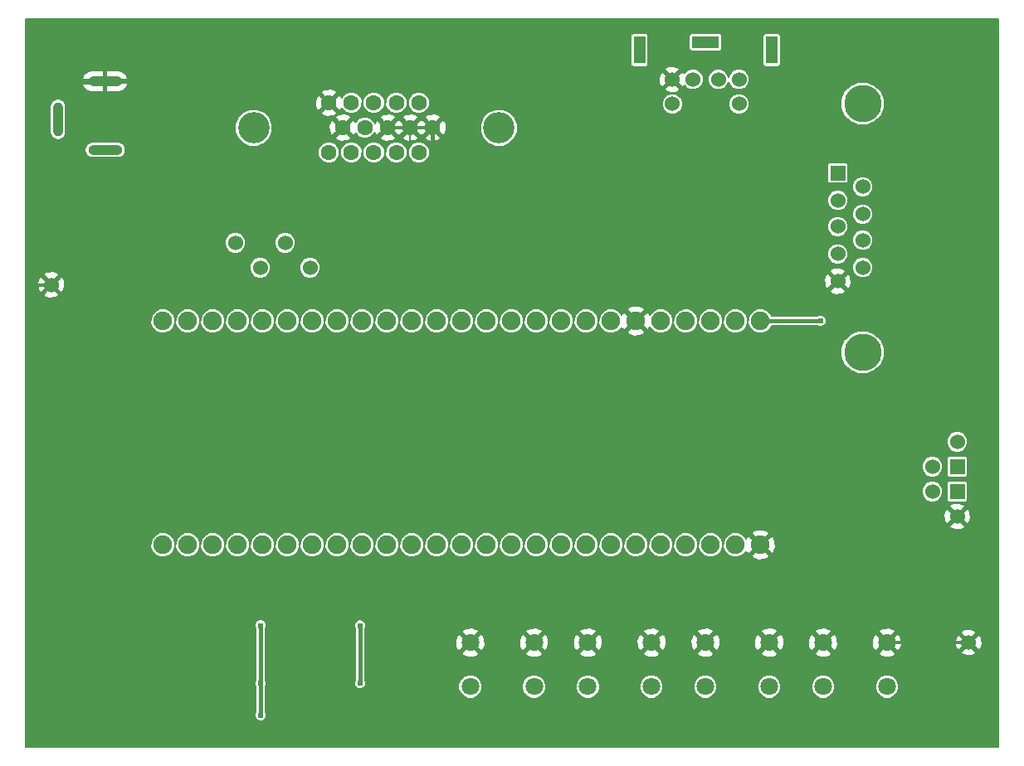
<source format=gbl>
G04 (created by PCBNEW (2014-01-10 BZR 4027)-stable) date Tue 11 Mar 2014 09:34:13 AM CET*
%MOIN*%
G04 Gerber Fmt 3.4, Leading zero omitted, Abs format*
%FSLAX34Y34*%
G01*
G70*
G90*
G04 APERTURE LIST*
%ADD10C,0.00590551*%
%ADD11C,0.075*%
%ADD12C,0.126*%
%ADD13C,0.063*%
%ADD14O,0.0394X0.1378*%
%ADD15O,0.1378X0.0394*%
%ADD16C,0.15*%
%ADD17R,0.06X0.06*%
%ADD18C,0.06*%
%ADD19R,0.0472441X0.110236*%
%ADD20R,0.110236X0.0472441*%
%ADD21C,0.0709*%
%ADD22C,0.024*%
%ADD23C,0.016*%
%ADD24C,0.012*%
%ADD25C,0.008*%
G04 APERTURE END LIST*
G54D10*
G54D11*
X96595Y-51640D03*
X95595Y-51640D03*
X94595Y-51640D03*
X93595Y-51640D03*
X92595Y-51640D03*
X91595Y-51640D03*
X90595Y-51640D03*
X89595Y-51640D03*
X88595Y-51640D03*
X87595Y-51640D03*
X86595Y-51640D03*
X85595Y-51640D03*
X84595Y-51640D03*
X83595Y-51640D03*
X82595Y-51640D03*
X81595Y-51640D03*
X80595Y-51640D03*
X79595Y-51640D03*
X78595Y-51640D03*
X77595Y-51640D03*
X76595Y-51640D03*
X75595Y-51640D03*
X74595Y-51640D03*
X73595Y-51640D03*
X72595Y-51640D03*
X72595Y-60640D03*
X73595Y-60640D03*
X74595Y-60640D03*
X75595Y-60640D03*
X76595Y-60640D03*
X77595Y-60640D03*
X78595Y-60640D03*
X79595Y-60640D03*
X80595Y-60640D03*
X81595Y-60640D03*
X82595Y-60640D03*
X83595Y-60640D03*
X84595Y-60640D03*
X85595Y-60640D03*
X86595Y-60640D03*
X87595Y-60640D03*
X88595Y-60640D03*
X89595Y-60640D03*
X90595Y-60640D03*
X91595Y-60640D03*
X92595Y-60640D03*
X93595Y-60640D03*
X94595Y-60640D03*
X95595Y-60640D03*
X96595Y-60640D03*
G54D12*
X76244Y-43870D03*
X86086Y-43870D03*
G54D13*
X82870Y-42870D03*
X83429Y-43870D03*
X81968Y-42870D03*
X81066Y-42870D03*
X80165Y-42870D03*
X79263Y-42870D03*
X82527Y-43870D03*
X81626Y-43870D03*
X80704Y-43870D03*
X79823Y-43870D03*
X82870Y-44870D03*
X81968Y-44870D03*
X81066Y-44870D03*
X80165Y-44870D03*
X79263Y-44870D03*
G54D14*
X68380Y-43539D03*
G54D15*
X70271Y-44764D03*
X70271Y-42009D03*
G54D16*
X100700Y-52895D03*
X100700Y-42895D03*
G54D17*
X99700Y-45695D03*
G54D18*
X99700Y-46795D03*
X99700Y-47845D03*
X99700Y-48945D03*
X99700Y-50045D03*
X100700Y-46245D03*
X100700Y-47345D03*
X100700Y-48395D03*
X100700Y-49495D03*
X93883Y-41930D03*
X94906Y-41930D03*
X93056Y-41930D03*
X95733Y-41930D03*
X93056Y-42914D03*
X95733Y-42914D03*
G54D19*
X97052Y-40748D03*
X91737Y-40748D03*
G54D20*
X94395Y-40433D03*
G54D21*
X84940Y-64574D03*
X87500Y-64574D03*
X84940Y-66346D03*
X87500Y-66346D03*
X89665Y-64574D03*
X92225Y-64574D03*
X89665Y-66346D03*
X92225Y-66346D03*
X94390Y-64574D03*
X96950Y-64574D03*
X94390Y-66346D03*
X96950Y-66346D03*
X99115Y-64574D03*
X101675Y-64574D03*
X99115Y-66346D03*
X101675Y-66346D03*
G54D17*
X104500Y-57500D03*
G54D18*
X103500Y-57500D03*
G54D17*
X104500Y-58500D03*
G54D18*
X103500Y-58500D03*
X104500Y-56500D03*
X104500Y-59500D03*
X68105Y-50185D03*
X104960Y-64570D03*
X78500Y-49500D03*
X77500Y-48500D03*
X76500Y-49500D03*
X75500Y-48500D03*
G54D22*
X99000Y-51640D03*
X76525Y-67485D03*
X80510Y-66210D03*
X80510Y-63890D03*
X76515Y-63885D03*
X76525Y-66210D03*
X98400Y-59165D03*
X86565Y-47185D03*
X98665Y-48815D03*
X80565Y-67650D03*
X70830Y-50960D03*
X69690Y-56240D03*
X70860Y-55030D03*
X70865Y-53035D03*
X84940Y-63835D03*
X68950Y-59890D03*
X72870Y-48090D03*
X67370Y-48295D03*
X97370Y-48430D03*
X95130Y-46190D03*
X98340Y-45065D03*
X99115Y-63835D03*
X89665Y-63835D03*
X94390Y-63835D03*
X93535Y-48005D03*
X90870Y-48375D03*
X88905Y-48005D03*
X81680Y-64710D03*
X81680Y-62390D03*
X77695Y-64710D03*
X77685Y-62385D03*
X82870Y-45405D03*
X83635Y-45405D03*
X82665Y-47200D03*
X85005Y-47200D03*
X83835Y-47200D03*
G54D23*
X96595Y-51640D02*
X99000Y-51640D01*
X76525Y-66210D02*
X76525Y-67485D01*
X80510Y-66210D02*
X80510Y-63890D01*
X76525Y-66210D02*
X76525Y-64375D01*
X76515Y-64365D02*
X76515Y-63885D01*
X76525Y-64375D02*
X76515Y-64365D01*
G54D24*
X98400Y-60042D02*
X98400Y-59165D01*
X104960Y-64570D02*
X101679Y-64570D01*
X101679Y-64570D02*
X101675Y-64574D01*
X68105Y-50185D02*
X67370Y-50185D01*
X86565Y-47635D02*
X86565Y-47185D01*
X98665Y-48815D02*
X98470Y-48815D01*
X98340Y-48685D02*
X98340Y-48430D01*
X98470Y-48815D02*
X98340Y-48685D01*
X98665Y-49010D02*
X98665Y-48815D01*
G54D23*
X80565Y-67650D02*
X80565Y-66700D01*
X81680Y-65585D02*
X81680Y-64710D01*
X80565Y-66700D02*
X81680Y-65585D01*
G54D24*
X70830Y-50960D02*
X71290Y-50960D01*
X71295Y-50965D02*
X71885Y-50965D01*
X71290Y-50960D02*
X71295Y-50965D01*
G54D23*
X71875Y-56240D02*
X69690Y-56240D01*
G54D24*
X71875Y-55030D02*
X70860Y-55030D01*
X71875Y-53035D02*
X70865Y-53035D01*
X99115Y-63835D02*
X98855Y-63835D01*
X98855Y-63835D02*
X98615Y-64074D01*
X97689Y-63835D02*
X98376Y-63835D01*
X98376Y-63835D02*
X98615Y-64074D01*
X96950Y-64574D02*
X97689Y-63835D01*
X98615Y-64074D02*
X99115Y-64574D01*
X94390Y-63835D02*
X94000Y-63835D01*
X94000Y-63835D02*
X93825Y-64009D01*
X92964Y-63835D02*
X93651Y-63835D01*
X93651Y-63835D02*
X93825Y-64009D01*
X92225Y-64574D02*
X92964Y-63835D01*
X93825Y-64009D02*
X94390Y-64574D01*
X89665Y-63835D02*
X89415Y-63835D01*
X89415Y-63835D02*
X89170Y-64079D01*
X88239Y-63835D02*
X88926Y-63835D01*
X88926Y-63835D02*
X89170Y-64079D01*
X87500Y-64574D02*
X88239Y-63835D01*
X89170Y-64079D02*
X89665Y-64574D01*
X99115Y-63835D02*
X100936Y-63835D01*
X100936Y-63835D02*
X101675Y-64574D01*
X94390Y-63835D02*
X96211Y-63835D01*
X96211Y-63835D02*
X96950Y-64574D01*
X89665Y-63835D02*
X91486Y-63835D01*
X91486Y-63835D02*
X92225Y-64574D01*
X84940Y-63835D02*
X86761Y-63835D01*
X86761Y-63835D02*
X87500Y-64574D01*
X84940Y-63835D02*
X84465Y-63835D01*
X84465Y-63835D02*
X84333Y-63967D01*
X81680Y-64710D02*
X82895Y-64710D01*
X84331Y-63965D02*
X84333Y-63967D01*
X84333Y-63967D02*
X84940Y-64574D01*
X83640Y-63965D02*
X84331Y-63965D01*
X82895Y-64710D02*
X83640Y-63965D01*
X92340Y-43995D02*
X92340Y-42646D01*
X92340Y-42646D02*
X93056Y-41930D01*
X91087Y-49747D02*
X91087Y-51132D01*
X91087Y-51132D02*
X91595Y-51640D01*
X92332Y-54557D02*
X92332Y-52377D01*
X95940Y-59985D02*
X96595Y-60640D01*
X95940Y-58165D02*
X92332Y-54557D01*
X95940Y-58165D02*
X95940Y-59985D01*
X92332Y-52377D02*
X91595Y-51640D01*
X97192Y-60042D02*
X98400Y-60042D01*
X98400Y-60042D02*
X103957Y-60042D01*
X103957Y-60042D02*
X104500Y-59500D01*
X81680Y-62390D02*
X94845Y-62390D01*
X94845Y-62390D02*
X96595Y-60640D01*
X97192Y-60042D02*
X96595Y-60640D01*
G54D23*
X67370Y-59175D02*
X68085Y-59890D01*
X68085Y-59890D02*
X68950Y-59890D01*
X67370Y-59175D02*
X67370Y-50185D01*
X67370Y-50185D02*
X67370Y-48295D01*
X73885Y-48090D02*
X72870Y-48090D01*
X67370Y-48295D02*
X67370Y-45970D01*
X69292Y-42048D02*
X70310Y-42048D01*
X69075Y-42265D02*
X69292Y-42048D01*
X69075Y-44265D02*
X69075Y-42265D01*
X67370Y-45970D02*
X69075Y-44265D01*
G54D25*
X98340Y-48430D02*
X97370Y-48430D01*
G54D24*
X98340Y-45065D02*
X98340Y-48430D01*
X98665Y-49010D02*
X99700Y-50045D01*
X93535Y-46190D02*
X95130Y-46190D01*
X98340Y-45065D02*
X94230Y-45065D01*
X94105Y-45190D02*
X93535Y-45190D01*
X94230Y-45065D02*
X94105Y-45190D01*
G54D23*
X93535Y-45190D02*
X93535Y-46190D01*
X93535Y-46190D02*
X93535Y-48005D01*
X92340Y-43995D02*
X93535Y-45190D01*
G54D24*
X93535Y-48005D02*
X92590Y-48005D01*
X90870Y-48375D02*
X92220Y-48375D01*
X92590Y-48005D02*
X92220Y-48375D01*
X90870Y-48375D02*
X90870Y-49530D01*
X90870Y-49530D02*
X91087Y-49747D01*
X90870Y-48375D02*
X90870Y-47810D01*
X89160Y-47750D02*
X88905Y-48005D01*
X90810Y-47750D02*
X89160Y-47750D01*
X90870Y-47810D02*
X90810Y-47750D01*
X88905Y-48005D02*
X86935Y-48005D01*
X86935Y-48005D02*
X86565Y-47635D01*
X86565Y-47635D02*
X86130Y-47200D01*
X86130Y-47200D02*
X85005Y-47200D01*
X81680Y-62390D02*
X81680Y-64710D01*
X81680Y-62390D02*
X77690Y-62390D01*
X77690Y-62390D02*
X77685Y-62385D01*
X77695Y-64710D02*
X77695Y-62395D01*
X77695Y-62395D02*
X77685Y-62385D01*
X77685Y-62385D02*
X77090Y-62385D01*
X72568Y-42048D02*
X70310Y-42048D01*
X73885Y-43365D02*
X72568Y-42048D01*
X73885Y-48965D02*
X73885Y-48090D01*
X73885Y-48090D02*
X73885Y-43365D01*
X71875Y-50975D02*
X71885Y-50965D01*
X71885Y-50965D02*
X73885Y-48965D01*
X71875Y-61405D02*
X71875Y-56240D01*
X71875Y-56240D02*
X71875Y-55030D01*
X71875Y-55030D02*
X71875Y-53035D01*
X71875Y-53035D02*
X71875Y-50975D01*
X72390Y-61920D02*
X71875Y-61405D01*
X76625Y-61920D02*
X72390Y-61920D01*
X77090Y-62385D02*
X76625Y-61920D01*
G54D25*
X82870Y-45405D02*
X82530Y-45405D01*
X82527Y-44438D02*
X82527Y-43870D01*
X82425Y-44540D02*
X82527Y-44438D01*
X82425Y-45300D02*
X82425Y-44540D01*
X82530Y-45405D02*
X82425Y-45300D01*
G54D23*
X83635Y-45405D02*
X83635Y-44720D01*
X83429Y-44514D02*
X83429Y-43870D01*
X83635Y-44720D02*
X83429Y-44514D01*
G54D24*
X83835Y-47200D02*
X82665Y-47200D01*
X85005Y-47200D02*
X83835Y-47200D01*
X82527Y-43870D02*
X83429Y-43870D01*
X81626Y-43870D02*
X82527Y-43870D01*
G54D23*
X81126Y-43370D02*
X80323Y-43370D01*
X81626Y-43870D02*
X81126Y-43370D01*
X80323Y-43370D02*
X79823Y-43870D01*
X79823Y-43870D02*
X79823Y-43867D01*
G54D10*
G36*
X106160Y-68760D02*
X105502Y-68760D01*
X105502Y-64640D01*
X105488Y-64427D01*
X105434Y-64297D01*
X105344Y-64268D01*
X105261Y-64351D01*
X105261Y-64185D01*
X105232Y-64095D01*
X105042Y-64031D01*
X105042Y-59570D01*
X105028Y-59357D01*
X104974Y-59227D01*
X104920Y-59210D01*
X104920Y-56416D01*
X104856Y-56262D01*
X104738Y-56144D01*
X104583Y-56080D01*
X104416Y-56079D01*
X104262Y-56143D01*
X104144Y-56261D01*
X104080Y-56416D01*
X104079Y-56583D01*
X104143Y-56737D01*
X104261Y-56855D01*
X104416Y-56919D01*
X104583Y-56920D01*
X104737Y-56856D01*
X104855Y-56738D01*
X104919Y-56583D01*
X104920Y-56416D01*
X104920Y-59210D01*
X104920Y-59210D01*
X104920Y-58776D01*
X104920Y-58176D01*
X104920Y-57776D01*
X104920Y-57176D01*
X104901Y-57132D01*
X104868Y-57098D01*
X104823Y-57080D01*
X104776Y-57079D01*
X104176Y-57079D01*
X104132Y-57098D01*
X104098Y-57131D01*
X104080Y-57176D01*
X104079Y-57223D01*
X104079Y-57823D01*
X104098Y-57867D01*
X104131Y-57901D01*
X104176Y-57919D01*
X104223Y-57920D01*
X104823Y-57920D01*
X104867Y-57901D01*
X104901Y-57868D01*
X104919Y-57823D01*
X104920Y-57776D01*
X104920Y-58176D01*
X104901Y-58132D01*
X104868Y-58098D01*
X104823Y-58080D01*
X104776Y-58079D01*
X104176Y-58079D01*
X104132Y-58098D01*
X104098Y-58131D01*
X104080Y-58176D01*
X104079Y-58223D01*
X104079Y-58823D01*
X104098Y-58867D01*
X104131Y-58901D01*
X104176Y-58919D01*
X104223Y-58920D01*
X104823Y-58920D01*
X104867Y-58901D01*
X104901Y-58868D01*
X104919Y-58823D01*
X104920Y-58776D01*
X104920Y-59210D01*
X104884Y-59198D01*
X104801Y-59281D01*
X104801Y-59115D01*
X104772Y-59025D01*
X104570Y-58957D01*
X104357Y-58971D01*
X104227Y-59025D01*
X104198Y-59115D01*
X104500Y-59417D01*
X104801Y-59115D01*
X104801Y-59281D01*
X104582Y-59500D01*
X104884Y-59801D01*
X104974Y-59772D01*
X105042Y-59570D01*
X105042Y-64031D01*
X105030Y-64027D01*
X104817Y-64041D01*
X104801Y-64048D01*
X104801Y-59884D01*
X104500Y-59582D01*
X104417Y-59665D01*
X104417Y-59500D01*
X104115Y-59198D01*
X104025Y-59227D01*
X103957Y-59429D01*
X103971Y-59642D01*
X104025Y-59772D01*
X104115Y-59801D01*
X104417Y-59500D01*
X104417Y-59665D01*
X104198Y-59884D01*
X104227Y-59974D01*
X104429Y-60042D01*
X104642Y-60028D01*
X104772Y-59974D01*
X104801Y-59884D01*
X104801Y-64048D01*
X104687Y-64095D01*
X104658Y-64185D01*
X104960Y-64487D01*
X105261Y-64185D01*
X105261Y-64351D01*
X105042Y-64570D01*
X105344Y-64871D01*
X105434Y-64842D01*
X105502Y-64640D01*
X105502Y-68760D01*
X105261Y-68760D01*
X105261Y-64954D01*
X104960Y-64652D01*
X104877Y-64735D01*
X104877Y-64570D01*
X104575Y-64268D01*
X104485Y-64297D01*
X104417Y-64499D01*
X104431Y-64712D01*
X104485Y-64842D01*
X104575Y-64871D01*
X104877Y-64570D01*
X104877Y-64735D01*
X104658Y-64954D01*
X104687Y-65044D01*
X104889Y-65112D01*
X105102Y-65098D01*
X105232Y-65044D01*
X105261Y-64954D01*
X105261Y-68760D01*
X103920Y-68760D01*
X103920Y-58416D01*
X103920Y-57416D01*
X103856Y-57262D01*
X103738Y-57144D01*
X103583Y-57080D01*
X103416Y-57079D01*
X103262Y-57143D01*
X103144Y-57261D01*
X103080Y-57416D01*
X103079Y-57583D01*
X103143Y-57737D01*
X103261Y-57855D01*
X103416Y-57919D01*
X103583Y-57920D01*
X103737Y-57856D01*
X103855Y-57738D01*
X103919Y-57583D01*
X103920Y-57416D01*
X103920Y-58416D01*
X103856Y-58262D01*
X103738Y-58144D01*
X103583Y-58080D01*
X103416Y-58079D01*
X103262Y-58143D01*
X103144Y-58261D01*
X103080Y-58416D01*
X103079Y-58583D01*
X103143Y-58737D01*
X103261Y-58855D01*
X103416Y-58919D01*
X103583Y-58920D01*
X103737Y-58856D01*
X103855Y-58738D01*
X103919Y-58583D01*
X103920Y-58416D01*
X103920Y-68760D01*
X102272Y-68760D01*
X102272Y-64657D01*
X102258Y-64422D01*
X102194Y-64268D01*
X102098Y-64233D01*
X102015Y-64315D01*
X102015Y-64150D01*
X101980Y-64054D01*
X101758Y-63976D01*
X101570Y-63987D01*
X101570Y-52722D01*
X101570Y-42722D01*
X101437Y-42402D01*
X101193Y-42157D01*
X100873Y-42025D01*
X100527Y-42024D01*
X100207Y-42157D01*
X99962Y-42401D01*
X99830Y-42721D01*
X99829Y-43067D01*
X99962Y-43387D01*
X100206Y-43632D01*
X100526Y-43764D01*
X100872Y-43765D01*
X101192Y-43632D01*
X101437Y-43388D01*
X101569Y-43068D01*
X101570Y-42722D01*
X101570Y-52722D01*
X101437Y-52402D01*
X101193Y-52157D01*
X101120Y-52127D01*
X101120Y-49411D01*
X101120Y-48311D01*
X101120Y-47261D01*
X101120Y-46161D01*
X101056Y-46007D01*
X100938Y-45889D01*
X100783Y-45825D01*
X100616Y-45824D01*
X100462Y-45888D01*
X100344Y-46006D01*
X100280Y-46161D01*
X100279Y-46328D01*
X100343Y-46482D01*
X100461Y-46600D01*
X100616Y-46664D01*
X100783Y-46665D01*
X100937Y-46601D01*
X101055Y-46483D01*
X101119Y-46328D01*
X101120Y-46161D01*
X101120Y-47261D01*
X101056Y-47107D01*
X100938Y-46989D01*
X100783Y-46925D01*
X100616Y-46924D01*
X100462Y-46988D01*
X100344Y-47106D01*
X100280Y-47261D01*
X100279Y-47428D01*
X100343Y-47582D01*
X100461Y-47700D01*
X100616Y-47764D01*
X100783Y-47765D01*
X100937Y-47701D01*
X101055Y-47583D01*
X101119Y-47428D01*
X101120Y-47261D01*
X101120Y-48311D01*
X101056Y-48157D01*
X100938Y-48039D01*
X100783Y-47975D01*
X100616Y-47974D01*
X100462Y-48038D01*
X100344Y-48156D01*
X100280Y-48311D01*
X100279Y-48478D01*
X100343Y-48632D01*
X100461Y-48750D01*
X100616Y-48814D01*
X100783Y-48815D01*
X100937Y-48751D01*
X101055Y-48633D01*
X101119Y-48478D01*
X101120Y-48311D01*
X101120Y-49411D01*
X101056Y-49257D01*
X100938Y-49139D01*
X100783Y-49075D01*
X100616Y-49074D01*
X100462Y-49138D01*
X100344Y-49256D01*
X100280Y-49411D01*
X100279Y-49578D01*
X100343Y-49732D01*
X100461Y-49850D01*
X100616Y-49914D01*
X100783Y-49915D01*
X100937Y-49851D01*
X101055Y-49733D01*
X101119Y-49578D01*
X101120Y-49411D01*
X101120Y-52127D01*
X100873Y-52025D01*
X100527Y-52024D01*
X100242Y-52142D01*
X100242Y-50115D01*
X100228Y-49902D01*
X100174Y-49772D01*
X100120Y-49755D01*
X100120Y-48861D01*
X100120Y-47761D01*
X100120Y-46711D01*
X100120Y-46711D01*
X100120Y-45971D01*
X100120Y-45371D01*
X100101Y-45327D01*
X100068Y-45293D01*
X100023Y-45275D01*
X99976Y-45274D01*
X99376Y-45274D01*
X99332Y-45293D01*
X99298Y-45326D01*
X99280Y-45371D01*
X99279Y-45418D01*
X99279Y-46018D01*
X99298Y-46062D01*
X99331Y-46096D01*
X99376Y-46114D01*
X99423Y-46115D01*
X100023Y-46115D01*
X100067Y-46096D01*
X100101Y-46063D01*
X100119Y-46018D01*
X100120Y-45971D01*
X100120Y-46711D01*
X100056Y-46557D01*
X99938Y-46439D01*
X99783Y-46375D01*
X99616Y-46374D01*
X99462Y-46438D01*
X99344Y-46556D01*
X99280Y-46711D01*
X99279Y-46878D01*
X99343Y-47032D01*
X99461Y-47150D01*
X99616Y-47214D01*
X99783Y-47215D01*
X99937Y-47151D01*
X100055Y-47033D01*
X100119Y-46878D01*
X100120Y-46711D01*
X100120Y-47761D01*
X100056Y-47607D01*
X99938Y-47489D01*
X99783Y-47425D01*
X99616Y-47424D01*
X99462Y-47488D01*
X99344Y-47606D01*
X99280Y-47761D01*
X99279Y-47928D01*
X99343Y-48082D01*
X99461Y-48200D01*
X99616Y-48264D01*
X99783Y-48265D01*
X99937Y-48201D01*
X100055Y-48083D01*
X100119Y-47928D01*
X100120Y-47761D01*
X100120Y-48861D01*
X100056Y-48707D01*
X99938Y-48589D01*
X99783Y-48525D01*
X99616Y-48524D01*
X99462Y-48588D01*
X99344Y-48706D01*
X99280Y-48861D01*
X99279Y-49028D01*
X99343Y-49182D01*
X99461Y-49300D01*
X99616Y-49364D01*
X99783Y-49365D01*
X99937Y-49301D01*
X100055Y-49183D01*
X100119Y-49028D01*
X100120Y-48861D01*
X100120Y-49755D01*
X100084Y-49743D01*
X100001Y-49826D01*
X100001Y-49660D01*
X99972Y-49570D01*
X99770Y-49502D01*
X99557Y-49516D01*
X99427Y-49570D01*
X99398Y-49660D01*
X99700Y-49962D01*
X100001Y-49660D01*
X100001Y-49826D01*
X99782Y-50045D01*
X100084Y-50346D01*
X100174Y-50317D01*
X100242Y-50115D01*
X100242Y-52142D01*
X100207Y-52157D01*
X100001Y-52363D01*
X100001Y-50429D01*
X99700Y-50127D01*
X99617Y-50210D01*
X99617Y-50045D01*
X99315Y-49743D01*
X99225Y-49772D01*
X99157Y-49974D01*
X99171Y-50187D01*
X99225Y-50317D01*
X99315Y-50346D01*
X99617Y-50045D01*
X99617Y-50210D01*
X99398Y-50429D01*
X99427Y-50519D01*
X99629Y-50587D01*
X99842Y-50573D01*
X99972Y-50519D01*
X100001Y-50429D01*
X100001Y-52363D01*
X99962Y-52401D01*
X99830Y-52721D01*
X99829Y-53067D01*
X99962Y-53387D01*
X100206Y-53632D01*
X100526Y-53764D01*
X100872Y-53765D01*
X101192Y-53632D01*
X101437Y-53388D01*
X101569Y-53068D01*
X101570Y-52722D01*
X101570Y-63987D01*
X101523Y-63990D01*
X101369Y-64054D01*
X101334Y-64150D01*
X101675Y-64491D01*
X102015Y-64150D01*
X102015Y-64315D01*
X101757Y-64574D01*
X102098Y-64914D01*
X102194Y-64879D01*
X102272Y-64657D01*
X102272Y-68760D01*
X102149Y-68760D01*
X102149Y-66252D01*
X102077Y-66077D01*
X102015Y-66015D01*
X102015Y-64997D01*
X101675Y-64656D01*
X101592Y-64739D01*
X101592Y-64574D01*
X101251Y-64233D01*
X101155Y-64268D01*
X101077Y-64490D01*
X101091Y-64725D01*
X101155Y-64879D01*
X101251Y-64914D01*
X101592Y-64574D01*
X101592Y-64739D01*
X101334Y-64997D01*
X101369Y-65093D01*
X101591Y-65171D01*
X101826Y-65157D01*
X101980Y-65093D01*
X102015Y-64997D01*
X102015Y-66015D01*
X101944Y-65943D01*
X101769Y-65871D01*
X101581Y-65871D01*
X101406Y-65943D01*
X101272Y-66076D01*
X101200Y-66251D01*
X101200Y-66439D01*
X101272Y-66614D01*
X101405Y-66748D01*
X101580Y-66820D01*
X101768Y-66820D01*
X101943Y-66748D01*
X102077Y-66615D01*
X102149Y-66440D01*
X102149Y-66252D01*
X102149Y-68760D01*
X99712Y-68760D01*
X99712Y-64657D01*
X99698Y-64422D01*
X99634Y-64268D01*
X99538Y-64233D01*
X99455Y-64315D01*
X99455Y-64150D01*
X99420Y-64054D01*
X99240Y-63991D01*
X99240Y-51592D01*
X99203Y-51504D01*
X99136Y-51436D01*
X99047Y-51400D01*
X98952Y-51399D01*
X98864Y-51436D01*
X98860Y-51440D01*
X97408Y-51440D01*
X97408Y-41276D01*
X97408Y-40173D01*
X97390Y-40129D01*
X97356Y-40096D01*
X97312Y-40077D01*
X97264Y-40077D01*
X96792Y-40077D01*
X96748Y-40095D01*
X96714Y-40129D01*
X96696Y-40173D01*
X96696Y-40221D01*
X96696Y-41323D01*
X96714Y-41367D01*
X96748Y-41401D01*
X96792Y-41420D01*
X96840Y-41420D01*
X97312Y-41420D01*
X97356Y-41401D01*
X97390Y-41368D01*
X97408Y-41324D01*
X97408Y-41276D01*
X97408Y-51440D01*
X97047Y-51440D01*
X97014Y-51359D01*
X96875Y-51220D01*
X96693Y-51145D01*
X96496Y-51144D01*
X96314Y-51220D01*
X96175Y-51359D01*
X96153Y-51412D01*
X96153Y-42831D01*
X96153Y-41846D01*
X96089Y-41692D01*
X95971Y-41574D01*
X95817Y-41510D01*
X95650Y-41509D01*
X95495Y-41573D01*
X95377Y-41691D01*
X95320Y-41830D01*
X95263Y-41692D01*
X95145Y-41574D01*
X95066Y-41541D01*
X95066Y-40646D01*
X95066Y-40173D01*
X95047Y-40129D01*
X95014Y-40096D01*
X94970Y-40077D01*
X94922Y-40077D01*
X93820Y-40077D01*
X93775Y-40095D01*
X93742Y-40129D01*
X93723Y-40173D01*
X93723Y-40221D01*
X93723Y-40693D01*
X93742Y-40738D01*
X93775Y-40771D01*
X93819Y-40790D01*
X93867Y-40790D01*
X94969Y-40790D01*
X95014Y-40771D01*
X95047Y-40738D01*
X95066Y-40694D01*
X95066Y-40646D01*
X95066Y-41541D01*
X94990Y-41510D01*
X94823Y-41509D01*
X94669Y-41573D01*
X94550Y-41691D01*
X94486Y-41846D01*
X94486Y-42013D01*
X94550Y-42167D01*
X94668Y-42285D01*
X94822Y-42349D01*
X94989Y-42350D01*
X95144Y-42286D01*
X95262Y-42168D01*
X95320Y-42029D01*
X95377Y-42167D01*
X95495Y-42285D01*
X95649Y-42349D01*
X95816Y-42350D01*
X95971Y-42286D01*
X96089Y-42168D01*
X96153Y-42013D01*
X96153Y-41846D01*
X96153Y-42831D01*
X96089Y-42676D01*
X95971Y-42558D01*
X95817Y-42494D01*
X95650Y-42494D01*
X95495Y-42557D01*
X95377Y-42676D01*
X95313Y-42830D01*
X95313Y-42997D01*
X95377Y-43151D01*
X95495Y-43270D01*
X95649Y-43334D01*
X95816Y-43334D01*
X95971Y-43270D01*
X96089Y-43152D01*
X96153Y-42998D01*
X96153Y-42831D01*
X96153Y-51412D01*
X96100Y-51541D01*
X96099Y-51738D01*
X96175Y-51920D01*
X96314Y-52059D01*
X96496Y-52134D01*
X96693Y-52135D01*
X96875Y-52059D01*
X97014Y-51920D01*
X97047Y-51840D01*
X98860Y-51840D01*
X98863Y-51843D01*
X98952Y-51879D01*
X99047Y-51880D01*
X99135Y-51843D01*
X99203Y-51776D01*
X99239Y-51687D01*
X99240Y-51592D01*
X99240Y-63991D01*
X99198Y-63976D01*
X98963Y-63990D01*
X98809Y-64054D01*
X98774Y-64150D01*
X99115Y-64491D01*
X99455Y-64150D01*
X99455Y-64315D01*
X99197Y-64574D01*
X99538Y-64914D01*
X99634Y-64879D01*
X99712Y-64657D01*
X99712Y-68760D01*
X99589Y-68760D01*
X99589Y-66252D01*
X99517Y-66077D01*
X99455Y-66015D01*
X99455Y-64997D01*
X99115Y-64656D01*
X99032Y-64739D01*
X99032Y-64574D01*
X98691Y-64233D01*
X98595Y-64268D01*
X98517Y-64490D01*
X98531Y-64725D01*
X98595Y-64879D01*
X98691Y-64914D01*
X99032Y-64574D01*
X99032Y-64739D01*
X98774Y-64997D01*
X98809Y-65093D01*
X99031Y-65171D01*
X99266Y-65157D01*
X99420Y-65093D01*
X99455Y-64997D01*
X99455Y-66015D01*
X99384Y-65943D01*
X99209Y-65871D01*
X99021Y-65871D01*
X98846Y-65943D01*
X98712Y-66076D01*
X98640Y-66251D01*
X98640Y-66439D01*
X98712Y-66614D01*
X98845Y-66748D01*
X99020Y-66820D01*
X99208Y-66820D01*
X99383Y-66748D01*
X99517Y-66615D01*
X99589Y-66440D01*
X99589Y-66252D01*
X99589Y-68760D01*
X97547Y-68760D01*
X97547Y-64657D01*
X97533Y-64422D01*
X97469Y-64268D01*
X97373Y-64233D01*
X97290Y-64315D01*
X97290Y-64150D01*
X97255Y-64054D01*
X97212Y-64039D01*
X97212Y-60728D01*
X97199Y-60485D01*
X97131Y-60322D01*
X97033Y-60284D01*
X96950Y-60366D01*
X96950Y-60201D01*
X96912Y-60103D01*
X96683Y-60022D01*
X96440Y-60035D01*
X96277Y-60103D01*
X96239Y-60201D01*
X96595Y-60557D01*
X96950Y-60201D01*
X96950Y-60366D01*
X96677Y-60640D01*
X97033Y-60995D01*
X97131Y-60957D01*
X97212Y-60728D01*
X97212Y-64039D01*
X97033Y-63976D01*
X96950Y-63981D01*
X96950Y-61078D01*
X96595Y-60722D01*
X96512Y-60805D01*
X96512Y-60640D01*
X96156Y-60284D01*
X96090Y-60309D01*
X96090Y-51541D01*
X96014Y-51359D01*
X95875Y-51220D01*
X95693Y-51145D01*
X95496Y-51144D01*
X95314Y-51220D01*
X95175Y-51359D01*
X95100Y-51541D01*
X95099Y-51738D01*
X95175Y-51920D01*
X95314Y-52059D01*
X95496Y-52134D01*
X95693Y-52135D01*
X95875Y-52059D01*
X96014Y-51920D01*
X96089Y-51738D01*
X96090Y-51541D01*
X96090Y-60309D01*
X96058Y-60322D01*
X96031Y-60399D01*
X96014Y-60359D01*
X95875Y-60220D01*
X95693Y-60145D01*
X95496Y-60144D01*
X95314Y-60220D01*
X95175Y-60359D01*
X95100Y-60541D01*
X95099Y-60738D01*
X95175Y-60920D01*
X95314Y-61059D01*
X95496Y-61134D01*
X95693Y-61135D01*
X95875Y-61059D01*
X96014Y-60920D01*
X96028Y-60886D01*
X96058Y-60957D01*
X96156Y-60995D01*
X96512Y-60640D01*
X96512Y-60805D01*
X96239Y-61078D01*
X96277Y-61176D01*
X96506Y-61257D01*
X96749Y-61244D01*
X96912Y-61176D01*
X96950Y-61078D01*
X96950Y-63981D01*
X96798Y-63990D01*
X96644Y-64054D01*
X96609Y-64150D01*
X96950Y-64491D01*
X97290Y-64150D01*
X97290Y-64315D01*
X97032Y-64574D01*
X97373Y-64914D01*
X97469Y-64879D01*
X97547Y-64657D01*
X97547Y-68760D01*
X97424Y-68760D01*
X97424Y-66252D01*
X97352Y-66077D01*
X97290Y-66015D01*
X97290Y-64997D01*
X96950Y-64656D01*
X96867Y-64739D01*
X96867Y-64574D01*
X96526Y-64233D01*
X96430Y-64268D01*
X96352Y-64490D01*
X96366Y-64725D01*
X96430Y-64879D01*
X96526Y-64914D01*
X96867Y-64574D01*
X96867Y-64739D01*
X96609Y-64997D01*
X96644Y-65093D01*
X96866Y-65171D01*
X97101Y-65157D01*
X97255Y-65093D01*
X97290Y-64997D01*
X97290Y-66015D01*
X97219Y-65943D01*
X97044Y-65871D01*
X96856Y-65871D01*
X96681Y-65943D01*
X96547Y-66076D01*
X96475Y-66251D01*
X96475Y-66439D01*
X96547Y-66614D01*
X96680Y-66748D01*
X96855Y-66820D01*
X97043Y-66820D01*
X97218Y-66748D01*
X97352Y-66615D01*
X97424Y-66440D01*
X97424Y-66252D01*
X97424Y-68760D01*
X95090Y-68760D01*
X95090Y-60541D01*
X95090Y-51541D01*
X95014Y-51359D01*
X94875Y-51220D01*
X94693Y-51145D01*
X94496Y-51144D01*
X94314Y-51220D01*
X94303Y-51231D01*
X94303Y-41846D01*
X94239Y-41692D01*
X94121Y-41574D01*
X93967Y-41510D01*
X93800Y-41509D01*
X93645Y-41573D01*
X93540Y-41679D01*
X93531Y-41657D01*
X93440Y-41628D01*
X93357Y-41711D01*
X93357Y-41545D01*
X93329Y-41455D01*
X93126Y-41387D01*
X92913Y-41401D01*
X92783Y-41455D01*
X92755Y-41545D01*
X93056Y-41847D01*
X93357Y-41545D01*
X93357Y-41711D01*
X93139Y-41930D01*
X93440Y-42231D01*
X93531Y-42202D01*
X93538Y-42179D01*
X93644Y-42285D01*
X93799Y-42349D01*
X93966Y-42350D01*
X94120Y-42286D01*
X94239Y-42168D01*
X94303Y-42013D01*
X94303Y-41846D01*
X94303Y-51231D01*
X94175Y-51359D01*
X94100Y-51541D01*
X94099Y-51738D01*
X94175Y-51920D01*
X94314Y-52059D01*
X94496Y-52134D01*
X94693Y-52135D01*
X94875Y-52059D01*
X95014Y-51920D01*
X95089Y-51738D01*
X95090Y-51541D01*
X95090Y-60541D01*
X95014Y-60359D01*
X94875Y-60220D01*
X94693Y-60145D01*
X94496Y-60144D01*
X94314Y-60220D01*
X94175Y-60359D01*
X94100Y-60541D01*
X94099Y-60738D01*
X94175Y-60920D01*
X94314Y-61059D01*
X94496Y-61134D01*
X94693Y-61135D01*
X94875Y-61059D01*
X95014Y-60920D01*
X95089Y-60738D01*
X95090Y-60541D01*
X95090Y-68760D01*
X94987Y-68760D01*
X94987Y-64657D01*
X94973Y-64422D01*
X94909Y-64268D01*
X94813Y-64233D01*
X94730Y-64315D01*
X94730Y-64150D01*
X94695Y-64054D01*
X94473Y-63976D01*
X94238Y-63990D01*
X94090Y-64051D01*
X94090Y-60541D01*
X94090Y-51541D01*
X94014Y-51359D01*
X93875Y-51220D01*
X93693Y-51145D01*
X93496Y-51144D01*
X93476Y-51153D01*
X93476Y-42831D01*
X93412Y-42676D01*
X93357Y-42621D01*
X93357Y-42314D01*
X93056Y-42012D01*
X92973Y-42095D01*
X92973Y-41930D01*
X92672Y-41628D01*
X92581Y-41657D01*
X92513Y-41859D01*
X92528Y-42072D01*
X92581Y-42202D01*
X92672Y-42231D01*
X92973Y-41930D01*
X92973Y-42095D01*
X92755Y-42314D01*
X92783Y-42404D01*
X92986Y-42472D01*
X93199Y-42458D01*
X93329Y-42404D01*
X93357Y-42314D01*
X93357Y-42621D01*
X93294Y-42558D01*
X93140Y-42494D01*
X92973Y-42494D01*
X92818Y-42557D01*
X92700Y-42676D01*
X92636Y-42830D01*
X92636Y-42997D01*
X92700Y-43151D01*
X92818Y-43270D01*
X92972Y-43334D01*
X93139Y-43334D01*
X93294Y-43270D01*
X93412Y-43152D01*
X93476Y-42998D01*
X93476Y-42831D01*
X93476Y-51153D01*
X93314Y-51220D01*
X93175Y-51359D01*
X93100Y-51541D01*
X93099Y-51738D01*
X93175Y-51920D01*
X93314Y-52059D01*
X93496Y-52134D01*
X93693Y-52135D01*
X93875Y-52059D01*
X94014Y-51920D01*
X94089Y-51738D01*
X94090Y-51541D01*
X94090Y-60541D01*
X94014Y-60359D01*
X93875Y-60220D01*
X93693Y-60145D01*
X93496Y-60144D01*
X93314Y-60220D01*
X93175Y-60359D01*
X93100Y-60541D01*
X93099Y-60738D01*
X93175Y-60920D01*
X93314Y-61059D01*
X93496Y-61134D01*
X93693Y-61135D01*
X93875Y-61059D01*
X94014Y-60920D01*
X94089Y-60738D01*
X94090Y-60541D01*
X94090Y-64051D01*
X94084Y-64054D01*
X94049Y-64150D01*
X94390Y-64491D01*
X94730Y-64150D01*
X94730Y-64315D01*
X94472Y-64574D01*
X94813Y-64914D01*
X94909Y-64879D01*
X94987Y-64657D01*
X94987Y-68760D01*
X94864Y-68760D01*
X94864Y-66252D01*
X94792Y-66077D01*
X94730Y-66015D01*
X94730Y-64997D01*
X94390Y-64656D01*
X94307Y-64739D01*
X94307Y-64574D01*
X93966Y-64233D01*
X93870Y-64268D01*
X93792Y-64490D01*
X93806Y-64725D01*
X93870Y-64879D01*
X93966Y-64914D01*
X94307Y-64574D01*
X94307Y-64739D01*
X94049Y-64997D01*
X94084Y-65093D01*
X94306Y-65171D01*
X94541Y-65157D01*
X94695Y-65093D01*
X94730Y-64997D01*
X94730Y-66015D01*
X94659Y-65943D01*
X94484Y-65871D01*
X94296Y-65871D01*
X94121Y-65943D01*
X93987Y-66076D01*
X93915Y-66251D01*
X93915Y-66439D01*
X93987Y-66614D01*
X94120Y-66748D01*
X94295Y-66820D01*
X94483Y-66820D01*
X94658Y-66748D01*
X94792Y-66615D01*
X94864Y-66440D01*
X94864Y-66252D01*
X94864Y-68760D01*
X93090Y-68760D01*
X93090Y-60541D01*
X93090Y-51541D01*
X93014Y-51359D01*
X92875Y-51220D01*
X92693Y-51145D01*
X92496Y-51144D01*
X92314Y-51220D01*
X92175Y-51359D01*
X92161Y-51393D01*
X92131Y-51322D01*
X92093Y-51307D01*
X92093Y-41276D01*
X92093Y-40173D01*
X92075Y-40129D01*
X92041Y-40096D01*
X91997Y-40077D01*
X91949Y-40077D01*
X91477Y-40077D01*
X91433Y-40095D01*
X91399Y-40129D01*
X91381Y-40173D01*
X91381Y-40221D01*
X91381Y-41323D01*
X91399Y-41367D01*
X91433Y-41401D01*
X91477Y-41420D01*
X91525Y-41420D01*
X91997Y-41420D01*
X92041Y-41401D01*
X92075Y-41368D01*
X92093Y-41324D01*
X92093Y-41276D01*
X92093Y-51307D01*
X92033Y-51284D01*
X91950Y-51366D01*
X91950Y-51201D01*
X91912Y-51103D01*
X91683Y-51022D01*
X91440Y-51035D01*
X91277Y-51103D01*
X91239Y-51201D01*
X91595Y-51557D01*
X91950Y-51201D01*
X91950Y-51366D01*
X91677Y-51640D01*
X92033Y-51995D01*
X92131Y-51957D01*
X92158Y-51880D01*
X92175Y-51920D01*
X92314Y-52059D01*
X92496Y-52134D01*
X92693Y-52135D01*
X92875Y-52059D01*
X93014Y-51920D01*
X93089Y-51738D01*
X93090Y-51541D01*
X93090Y-60541D01*
X93014Y-60359D01*
X92875Y-60220D01*
X92693Y-60145D01*
X92496Y-60144D01*
X92314Y-60220D01*
X92175Y-60359D01*
X92100Y-60541D01*
X92099Y-60738D01*
X92175Y-60920D01*
X92314Y-61059D01*
X92496Y-61134D01*
X92693Y-61135D01*
X92875Y-61059D01*
X93014Y-60920D01*
X93089Y-60738D01*
X93090Y-60541D01*
X93090Y-68760D01*
X92822Y-68760D01*
X92822Y-64657D01*
X92808Y-64422D01*
X92744Y-64268D01*
X92648Y-64233D01*
X92565Y-64315D01*
X92565Y-64150D01*
X92530Y-64054D01*
X92308Y-63976D01*
X92090Y-63989D01*
X92090Y-60541D01*
X92014Y-60359D01*
X91950Y-60295D01*
X91950Y-52078D01*
X91595Y-51722D01*
X91512Y-51805D01*
X91512Y-51640D01*
X91156Y-51284D01*
X91058Y-51322D01*
X91031Y-51399D01*
X91014Y-51359D01*
X90875Y-51220D01*
X90693Y-51145D01*
X90496Y-51144D01*
X90314Y-51220D01*
X90175Y-51359D01*
X90100Y-51541D01*
X90099Y-51738D01*
X90175Y-51920D01*
X90314Y-52059D01*
X90496Y-52134D01*
X90693Y-52135D01*
X90875Y-52059D01*
X91014Y-51920D01*
X91028Y-51886D01*
X91058Y-51957D01*
X91156Y-51995D01*
X91512Y-51640D01*
X91512Y-51805D01*
X91239Y-52078D01*
X91277Y-52176D01*
X91506Y-52257D01*
X91749Y-52244D01*
X91912Y-52176D01*
X91950Y-52078D01*
X91950Y-60295D01*
X91875Y-60220D01*
X91693Y-60145D01*
X91496Y-60144D01*
X91314Y-60220D01*
X91175Y-60359D01*
X91100Y-60541D01*
X91099Y-60738D01*
X91175Y-60920D01*
X91314Y-61059D01*
X91496Y-61134D01*
X91693Y-61135D01*
X91875Y-61059D01*
X92014Y-60920D01*
X92089Y-60738D01*
X92090Y-60541D01*
X92090Y-63989D01*
X92073Y-63990D01*
X91919Y-64054D01*
X91884Y-64150D01*
X92225Y-64491D01*
X92565Y-64150D01*
X92565Y-64315D01*
X92307Y-64574D01*
X92648Y-64914D01*
X92744Y-64879D01*
X92822Y-64657D01*
X92822Y-68760D01*
X92699Y-68760D01*
X92699Y-66252D01*
X92627Y-66077D01*
X92565Y-66015D01*
X92565Y-64997D01*
X92225Y-64656D01*
X92142Y-64739D01*
X92142Y-64574D01*
X91801Y-64233D01*
X91705Y-64268D01*
X91627Y-64490D01*
X91641Y-64725D01*
X91705Y-64879D01*
X91801Y-64914D01*
X92142Y-64574D01*
X92142Y-64739D01*
X91884Y-64997D01*
X91919Y-65093D01*
X92141Y-65171D01*
X92376Y-65157D01*
X92530Y-65093D01*
X92565Y-64997D01*
X92565Y-66015D01*
X92494Y-65943D01*
X92319Y-65871D01*
X92131Y-65871D01*
X91956Y-65943D01*
X91822Y-66076D01*
X91750Y-66251D01*
X91750Y-66439D01*
X91822Y-66614D01*
X91955Y-66748D01*
X92130Y-66820D01*
X92318Y-66820D01*
X92493Y-66748D01*
X92627Y-66615D01*
X92699Y-66440D01*
X92699Y-66252D01*
X92699Y-68760D01*
X91090Y-68760D01*
X91090Y-60541D01*
X91014Y-60359D01*
X90875Y-60220D01*
X90693Y-60145D01*
X90496Y-60144D01*
X90314Y-60220D01*
X90175Y-60359D01*
X90100Y-60541D01*
X90099Y-60738D01*
X90175Y-60920D01*
X90314Y-61059D01*
X90496Y-61134D01*
X90693Y-61135D01*
X90875Y-61059D01*
X91014Y-60920D01*
X91089Y-60738D01*
X91090Y-60541D01*
X91090Y-68760D01*
X90262Y-68760D01*
X90262Y-64657D01*
X90248Y-64422D01*
X90184Y-64268D01*
X90090Y-64233D01*
X90090Y-60541D01*
X90090Y-51541D01*
X90014Y-51359D01*
X89875Y-51220D01*
X89693Y-51145D01*
X89496Y-51144D01*
X89314Y-51220D01*
X89175Y-51359D01*
X89100Y-51541D01*
X89099Y-51738D01*
X89175Y-51920D01*
X89314Y-52059D01*
X89496Y-52134D01*
X89693Y-52135D01*
X89875Y-52059D01*
X90014Y-51920D01*
X90089Y-51738D01*
X90090Y-51541D01*
X90090Y-60541D01*
X90014Y-60359D01*
X89875Y-60220D01*
X89693Y-60145D01*
X89496Y-60144D01*
X89314Y-60220D01*
X89175Y-60359D01*
X89100Y-60541D01*
X89099Y-60738D01*
X89175Y-60920D01*
X89314Y-61059D01*
X89496Y-61134D01*
X89693Y-61135D01*
X89875Y-61059D01*
X90014Y-60920D01*
X90089Y-60738D01*
X90090Y-60541D01*
X90090Y-64233D01*
X90088Y-64233D01*
X90005Y-64315D01*
X90005Y-64150D01*
X89970Y-64054D01*
X89748Y-63976D01*
X89513Y-63990D01*
X89359Y-64054D01*
X89324Y-64150D01*
X89665Y-64491D01*
X90005Y-64150D01*
X90005Y-64315D01*
X89747Y-64574D01*
X90088Y-64914D01*
X90184Y-64879D01*
X90262Y-64657D01*
X90262Y-68760D01*
X90139Y-68760D01*
X90139Y-66252D01*
X90067Y-66077D01*
X90005Y-66015D01*
X90005Y-64997D01*
X89665Y-64656D01*
X89582Y-64739D01*
X89582Y-64574D01*
X89241Y-64233D01*
X89145Y-64268D01*
X89090Y-64426D01*
X89090Y-60541D01*
X89090Y-51541D01*
X89014Y-51359D01*
X88875Y-51220D01*
X88693Y-51145D01*
X88496Y-51144D01*
X88314Y-51220D01*
X88175Y-51359D01*
X88100Y-51541D01*
X88099Y-51738D01*
X88175Y-51920D01*
X88314Y-52059D01*
X88496Y-52134D01*
X88693Y-52135D01*
X88875Y-52059D01*
X89014Y-51920D01*
X89089Y-51738D01*
X89090Y-51541D01*
X89090Y-60541D01*
X89014Y-60359D01*
X88875Y-60220D01*
X88693Y-60145D01*
X88496Y-60144D01*
X88314Y-60220D01*
X88175Y-60359D01*
X88100Y-60541D01*
X88099Y-60738D01*
X88175Y-60920D01*
X88314Y-61059D01*
X88496Y-61134D01*
X88693Y-61135D01*
X88875Y-61059D01*
X89014Y-60920D01*
X89089Y-60738D01*
X89090Y-60541D01*
X89090Y-64426D01*
X89067Y-64490D01*
X89081Y-64725D01*
X89145Y-64879D01*
X89241Y-64914D01*
X89582Y-64574D01*
X89582Y-64739D01*
X89324Y-64997D01*
X89359Y-65093D01*
X89581Y-65171D01*
X89816Y-65157D01*
X89970Y-65093D01*
X90005Y-64997D01*
X90005Y-66015D01*
X89934Y-65943D01*
X89759Y-65871D01*
X89571Y-65871D01*
X89396Y-65943D01*
X89262Y-66076D01*
X89190Y-66251D01*
X89190Y-66439D01*
X89262Y-66614D01*
X89395Y-66748D01*
X89570Y-66820D01*
X89758Y-66820D01*
X89933Y-66748D01*
X90067Y-66615D01*
X90139Y-66440D01*
X90139Y-66252D01*
X90139Y-68760D01*
X88097Y-68760D01*
X88097Y-64657D01*
X88090Y-64535D01*
X88090Y-60541D01*
X88090Y-51541D01*
X88014Y-51359D01*
X87875Y-51220D01*
X87693Y-51145D01*
X87496Y-51144D01*
X87314Y-51220D01*
X87175Y-51359D01*
X87100Y-51541D01*
X87099Y-51738D01*
X87175Y-51920D01*
X87314Y-52059D01*
X87496Y-52134D01*
X87693Y-52135D01*
X87875Y-52059D01*
X88014Y-51920D01*
X88089Y-51738D01*
X88090Y-51541D01*
X88090Y-60541D01*
X88014Y-60359D01*
X87875Y-60220D01*
X87693Y-60145D01*
X87496Y-60144D01*
X87314Y-60220D01*
X87175Y-60359D01*
X87100Y-60541D01*
X87099Y-60738D01*
X87175Y-60920D01*
X87314Y-61059D01*
X87496Y-61134D01*
X87693Y-61135D01*
X87875Y-61059D01*
X88014Y-60920D01*
X88089Y-60738D01*
X88090Y-60541D01*
X88090Y-64535D01*
X88083Y-64422D01*
X88019Y-64268D01*
X87923Y-64233D01*
X87840Y-64315D01*
X87840Y-64150D01*
X87805Y-64054D01*
X87583Y-63976D01*
X87348Y-63990D01*
X87194Y-64054D01*
X87159Y-64150D01*
X87500Y-64491D01*
X87840Y-64150D01*
X87840Y-64315D01*
X87582Y-64574D01*
X87923Y-64914D01*
X88019Y-64879D01*
X88097Y-64657D01*
X88097Y-68760D01*
X87974Y-68760D01*
X87974Y-66252D01*
X87902Y-66077D01*
X87840Y-66015D01*
X87840Y-64997D01*
X87500Y-64656D01*
X87417Y-64739D01*
X87417Y-64574D01*
X87090Y-64246D01*
X87090Y-60541D01*
X87090Y-51541D01*
X87014Y-51359D01*
X86875Y-51220D01*
X86836Y-51204D01*
X86836Y-43721D01*
X86722Y-43445D01*
X86511Y-43234D01*
X86235Y-43120D01*
X85937Y-43119D01*
X85661Y-43233D01*
X85450Y-43444D01*
X85336Y-43720D01*
X85335Y-44018D01*
X85449Y-44294D01*
X85660Y-44505D01*
X85936Y-44619D01*
X86234Y-44620D01*
X86510Y-44506D01*
X86721Y-44295D01*
X86835Y-44019D01*
X86836Y-43721D01*
X86836Y-51204D01*
X86693Y-51145D01*
X86496Y-51144D01*
X86314Y-51220D01*
X86175Y-51359D01*
X86100Y-51541D01*
X86099Y-51738D01*
X86175Y-51920D01*
X86314Y-52059D01*
X86496Y-52134D01*
X86693Y-52135D01*
X86875Y-52059D01*
X87014Y-51920D01*
X87089Y-51738D01*
X87090Y-51541D01*
X87090Y-60541D01*
X87014Y-60359D01*
X86875Y-60220D01*
X86693Y-60145D01*
X86496Y-60144D01*
X86314Y-60220D01*
X86175Y-60359D01*
X86100Y-60541D01*
X86099Y-60738D01*
X86175Y-60920D01*
X86314Y-61059D01*
X86496Y-61134D01*
X86693Y-61135D01*
X86875Y-61059D01*
X87014Y-60920D01*
X87089Y-60738D01*
X87090Y-60541D01*
X87090Y-64246D01*
X87076Y-64233D01*
X86980Y-64268D01*
X86902Y-64490D01*
X86916Y-64725D01*
X86980Y-64879D01*
X87076Y-64914D01*
X87417Y-64574D01*
X87417Y-64739D01*
X87159Y-64997D01*
X87194Y-65093D01*
X87416Y-65171D01*
X87651Y-65157D01*
X87805Y-65093D01*
X87840Y-64997D01*
X87840Y-66015D01*
X87769Y-65943D01*
X87594Y-65871D01*
X87406Y-65871D01*
X87231Y-65943D01*
X87097Y-66076D01*
X87025Y-66251D01*
X87025Y-66439D01*
X87097Y-66614D01*
X87230Y-66748D01*
X87405Y-66820D01*
X87593Y-66820D01*
X87768Y-66748D01*
X87902Y-66615D01*
X87974Y-66440D01*
X87974Y-66252D01*
X87974Y-68760D01*
X86090Y-68760D01*
X86090Y-60541D01*
X86090Y-51541D01*
X86014Y-51359D01*
X85875Y-51220D01*
X85693Y-51145D01*
X85496Y-51144D01*
X85314Y-51220D01*
X85175Y-51359D01*
X85100Y-51541D01*
X85099Y-51738D01*
X85175Y-51920D01*
X85314Y-52059D01*
X85496Y-52134D01*
X85693Y-52135D01*
X85875Y-52059D01*
X86014Y-51920D01*
X86089Y-51738D01*
X86090Y-51541D01*
X86090Y-60541D01*
X86014Y-60359D01*
X85875Y-60220D01*
X85693Y-60145D01*
X85496Y-60144D01*
X85314Y-60220D01*
X85175Y-60359D01*
X85100Y-60541D01*
X85099Y-60738D01*
X85175Y-60920D01*
X85314Y-61059D01*
X85496Y-61134D01*
X85693Y-61135D01*
X85875Y-61059D01*
X86014Y-60920D01*
X86089Y-60738D01*
X86090Y-60541D01*
X86090Y-68760D01*
X85537Y-68760D01*
X85537Y-64657D01*
X85523Y-64422D01*
X85459Y-64268D01*
X85363Y-64233D01*
X85280Y-64315D01*
X85280Y-64150D01*
X85245Y-64054D01*
X85090Y-64000D01*
X85090Y-60541D01*
X85090Y-51541D01*
X85014Y-51359D01*
X84875Y-51220D01*
X84693Y-51145D01*
X84496Y-51144D01*
X84314Y-51220D01*
X84175Y-51359D01*
X84100Y-51541D01*
X84099Y-51738D01*
X84175Y-51920D01*
X84314Y-52059D01*
X84496Y-52134D01*
X84693Y-52135D01*
X84875Y-52059D01*
X85014Y-51920D01*
X85089Y-51738D01*
X85090Y-51541D01*
X85090Y-60541D01*
X85014Y-60359D01*
X84875Y-60220D01*
X84693Y-60145D01*
X84496Y-60144D01*
X84314Y-60220D01*
X84175Y-60359D01*
X84100Y-60541D01*
X84099Y-60738D01*
X84175Y-60920D01*
X84314Y-61059D01*
X84496Y-61134D01*
X84693Y-61135D01*
X84875Y-61059D01*
X85014Y-60920D01*
X85089Y-60738D01*
X85090Y-60541D01*
X85090Y-64000D01*
X85023Y-63976D01*
X84788Y-63990D01*
X84634Y-64054D01*
X84599Y-64150D01*
X84940Y-64491D01*
X85280Y-64150D01*
X85280Y-64315D01*
X85022Y-64574D01*
X85363Y-64914D01*
X85459Y-64879D01*
X85537Y-64657D01*
X85537Y-68760D01*
X85414Y-68760D01*
X85414Y-66252D01*
X85342Y-66077D01*
X85280Y-66015D01*
X85280Y-64997D01*
X84940Y-64656D01*
X84857Y-64739D01*
X84857Y-64574D01*
X84516Y-64233D01*
X84420Y-64268D01*
X84342Y-64490D01*
X84356Y-64725D01*
X84420Y-64879D01*
X84516Y-64914D01*
X84857Y-64574D01*
X84857Y-64739D01*
X84599Y-64997D01*
X84634Y-65093D01*
X84856Y-65171D01*
X85091Y-65157D01*
X85245Y-65093D01*
X85280Y-64997D01*
X85280Y-66015D01*
X85209Y-65943D01*
X85034Y-65871D01*
X84846Y-65871D01*
X84671Y-65943D01*
X84537Y-66076D01*
X84465Y-66251D01*
X84465Y-66439D01*
X84537Y-66614D01*
X84670Y-66748D01*
X84845Y-66820D01*
X85033Y-66820D01*
X85208Y-66748D01*
X85342Y-66615D01*
X85414Y-66440D01*
X85414Y-66252D01*
X85414Y-68760D01*
X84090Y-68760D01*
X84090Y-60541D01*
X84090Y-51541D01*
X84014Y-51359D01*
X83986Y-51331D01*
X83986Y-43943D01*
X83972Y-43724D01*
X83916Y-43588D01*
X83823Y-43557D01*
X83741Y-43640D01*
X83741Y-43475D01*
X83710Y-43382D01*
X83502Y-43312D01*
X83305Y-43325D01*
X83305Y-42783D01*
X83238Y-42623D01*
X83116Y-42501D01*
X82956Y-42435D01*
X82783Y-42434D01*
X82623Y-42501D01*
X82501Y-42623D01*
X82435Y-42783D01*
X82434Y-42956D01*
X82501Y-43116D01*
X82623Y-43238D01*
X82783Y-43304D01*
X82956Y-43305D01*
X83116Y-43238D01*
X83238Y-43116D01*
X83304Y-42956D01*
X83305Y-42783D01*
X83305Y-43325D01*
X83283Y-43326D01*
X83147Y-43382D01*
X83116Y-43475D01*
X83429Y-43787D01*
X83741Y-43475D01*
X83741Y-43640D01*
X83511Y-43870D01*
X83823Y-44182D01*
X83916Y-44151D01*
X83986Y-43943D01*
X83986Y-51331D01*
X83875Y-51220D01*
X83741Y-51164D01*
X83741Y-44264D01*
X83429Y-43952D01*
X83346Y-44035D01*
X83346Y-43870D01*
X83034Y-43557D01*
X82978Y-43576D01*
X82921Y-43557D01*
X82839Y-43640D01*
X82839Y-43475D01*
X82808Y-43382D01*
X82600Y-43312D01*
X82403Y-43325D01*
X82403Y-42783D01*
X82336Y-42623D01*
X82214Y-42501D01*
X82054Y-42435D01*
X81881Y-42434D01*
X81721Y-42501D01*
X81599Y-42623D01*
X81533Y-42783D01*
X81532Y-42956D01*
X81599Y-43116D01*
X81721Y-43238D01*
X81881Y-43304D01*
X82054Y-43305D01*
X82214Y-43238D01*
X82336Y-43116D01*
X82402Y-42956D01*
X82403Y-42783D01*
X82403Y-43325D01*
X82381Y-43326D01*
X82245Y-43382D01*
X82214Y-43475D01*
X82527Y-43787D01*
X82839Y-43475D01*
X82839Y-43640D01*
X82609Y-43870D01*
X82921Y-44182D01*
X82978Y-44163D01*
X83034Y-44182D01*
X83346Y-43870D01*
X83346Y-44035D01*
X83116Y-44264D01*
X83147Y-44357D01*
X83355Y-44427D01*
X83574Y-44413D01*
X83710Y-44357D01*
X83741Y-44264D01*
X83741Y-51164D01*
X83693Y-51145D01*
X83496Y-51144D01*
X83314Y-51220D01*
X83305Y-51229D01*
X83305Y-44783D01*
X83238Y-44623D01*
X83116Y-44501D01*
X82956Y-44435D01*
X82839Y-44434D01*
X82839Y-44264D01*
X82527Y-43952D01*
X82444Y-44035D01*
X82444Y-43870D01*
X82132Y-43557D01*
X82076Y-43576D01*
X82020Y-43557D01*
X81938Y-43640D01*
X81938Y-43475D01*
X81907Y-43382D01*
X81699Y-43312D01*
X81501Y-43325D01*
X81501Y-42783D01*
X81434Y-42623D01*
X81312Y-42501D01*
X81152Y-42435D01*
X80979Y-42434D01*
X80819Y-42501D01*
X80697Y-42623D01*
X80631Y-42783D01*
X80630Y-42956D01*
X80697Y-43116D01*
X80819Y-43238D01*
X80979Y-43304D01*
X81152Y-43305D01*
X81312Y-43238D01*
X81434Y-43116D01*
X81500Y-42956D01*
X81501Y-42783D01*
X81501Y-43325D01*
X81480Y-43326D01*
X81344Y-43382D01*
X81313Y-43475D01*
X81626Y-43787D01*
X81938Y-43475D01*
X81938Y-43640D01*
X81708Y-43870D01*
X82020Y-44182D01*
X82076Y-44163D01*
X82132Y-44182D01*
X82444Y-43870D01*
X82444Y-44035D01*
X82214Y-44264D01*
X82245Y-44357D01*
X82453Y-44427D01*
X82672Y-44413D01*
X82808Y-44357D01*
X82839Y-44264D01*
X82839Y-44434D01*
X82783Y-44434D01*
X82623Y-44501D01*
X82501Y-44623D01*
X82435Y-44783D01*
X82434Y-44956D01*
X82501Y-45116D01*
X82623Y-45238D01*
X82783Y-45304D01*
X82956Y-45305D01*
X83116Y-45238D01*
X83238Y-45116D01*
X83304Y-44956D01*
X83305Y-44783D01*
X83305Y-51229D01*
X83175Y-51359D01*
X83100Y-51541D01*
X83099Y-51738D01*
X83175Y-51920D01*
X83314Y-52059D01*
X83496Y-52134D01*
X83693Y-52135D01*
X83875Y-52059D01*
X84014Y-51920D01*
X84089Y-51738D01*
X84090Y-51541D01*
X84090Y-60541D01*
X84014Y-60359D01*
X83875Y-60220D01*
X83693Y-60145D01*
X83496Y-60144D01*
X83314Y-60220D01*
X83175Y-60359D01*
X83100Y-60541D01*
X83099Y-60738D01*
X83175Y-60920D01*
X83314Y-61059D01*
X83496Y-61134D01*
X83693Y-61135D01*
X83875Y-61059D01*
X84014Y-60920D01*
X84089Y-60738D01*
X84090Y-60541D01*
X84090Y-68760D01*
X83090Y-68760D01*
X83090Y-60541D01*
X83090Y-51541D01*
X83014Y-51359D01*
X82875Y-51220D01*
X82693Y-51145D01*
X82496Y-51144D01*
X82403Y-51183D01*
X82403Y-44783D01*
X82336Y-44623D01*
X82214Y-44501D01*
X82054Y-44435D01*
X81938Y-44434D01*
X81938Y-44264D01*
X81626Y-43952D01*
X81543Y-44035D01*
X81543Y-43870D01*
X81231Y-43557D01*
X81138Y-43588D01*
X81102Y-43695D01*
X81072Y-43623D01*
X80950Y-43501D01*
X80790Y-43435D01*
X80617Y-43434D01*
X80600Y-43442D01*
X80600Y-42783D01*
X80533Y-42623D01*
X80411Y-42501D01*
X80251Y-42435D01*
X80078Y-42434D01*
X79918Y-42501D01*
X79796Y-42623D01*
X79780Y-42661D01*
X79750Y-42588D01*
X79657Y-42557D01*
X79575Y-42640D01*
X79575Y-42475D01*
X79544Y-42382D01*
X79336Y-42312D01*
X79117Y-42326D01*
X78981Y-42382D01*
X78950Y-42475D01*
X79263Y-42787D01*
X79575Y-42475D01*
X79575Y-42640D01*
X79345Y-42870D01*
X79657Y-43182D01*
X79750Y-43151D01*
X79777Y-43071D01*
X79796Y-43116D01*
X79918Y-43238D01*
X80078Y-43304D01*
X80251Y-43305D01*
X80411Y-43238D01*
X80533Y-43116D01*
X80599Y-42956D01*
X80600Y-42783D01*
X80600Y-43442D01*
X80457Y-43501D01*
X80335Y-43623D01*
X80329Y-43636D01*
X80310Y-43588D01*
X80217Y-43557D01*
X80135Y-43640D01*
X80135Y-43475D01*
X80104Y-43382D01*
X79896Y-43312D01*
X79677Y-43326D01*
X79575Y-43368D01*
X79575Y-43264D01*
X79263Y-42952D01*
X79180Y-43035D01*
X79180Y-42870D01*
X78868Y-42557D01*
X78775Y-42588D01*
X78705Y-42796D01*
X78719Y-43015D01*
X78775Y-43151D01*
X78868Y-43182D01*
X79180Y-42870D01*
X79180Y-43035D01*
X78950Y-43264D01*
X78981Y-43357D01*
X79189Y-43427D01*
X79408Y-43413D01*
X79544Y-43357D01*
X79575Y-43264D01*
X79575Y-43368D01*
X79541Y-43382D01*
X79510Y-43475D01*
X79823Y-43787D01*
X80135Y-43475D01*
X80135Y-43640D01*
X79905Y-43870D01*
X80217Y-44182D01*
X80310Y-44151D01*
X80327Y-44099D01*
X80335Y-44116D01*
X80457Y-44238D01*
X80617Y-44304D01*
X80790Y-44305D01*
X80950Y-44238D01*
X81072Y-44116D01*
X81098Y-44054D01*
X81138Y-44151D01*
X81231Y-44182D01*
X81543Y-43870D01*
X81543Y-44035D01*
X81313Y-44264D01*
X81344Y-44357D01*
X81552Y-44427D01*
X81771Y-44413D01*
X81907Y-44357D01*
X81938Y-44264D01*
X81938Y-44434D01*
X81881Y-44434D01*
X81721Y-44501D01*
X81599Y-44623D01*
X81533Y-44783D01*
X81532Y-44956D01*
X81599Y-45116D01*
X81721Y-45238D01*
X81881Y-45304D01*
X82054Y-45305D01*
X82214Y-45238D01*
X82336Y-45116D01*
X82402Y-44956D01*
X82403Y-44783D01*
X82403Y-51183D01*
X82314Y-51220D01*
X82175Y-51359D01*
X82100Y-51541D01*
X82099Y-51738D01*
X82175Y-51920D01*
X82314Y-52059D01*
X82496Y-52134D01*
X82693Y-52135D01*
X82875Y-52059D01*
X83014Y-51920D01*
X83089Y-51738D01*
X83090Y-51541D01*
X83090Y-60541D01*
X83014Y-60359D01*
X82875Y-60220D01*
X82693Y-60145D01*
X82496Y-60144D01*
X82314Y-60220D01*
X82175Y-60359D01*
X82100Y-60541D01*
X82099Y-60738D01*
X82175Y-60920D01*
X82314Y-61059D01*
X82496Y-61134D01*
X82693Y-61135D01*
X82875Y-61059D01*
X83014Y-60920D01*
X83089Y-60738D01*
X83090Y-60541D01*
X83090Y-68760D01*
X82090Y-68760D01*
X82090Y-60541D01*
X82090Y-51541D01*
X82014Y-51359D01*
X81875Y-51220D01*
X81693Y-51145D01*
X81501Y-51144D01*
X81501Y-44783D01*
X81434Y-44623D01*
X81312Y-44501D01*
X81152Y-44435D01*
X80979Y-44434D01*
X80819Y-44501D01*
X80697Y-44623D01*
X80631Y-44783D01*
X80630Y-44956D01*
X80697Y-45116D01*
X80819Y-45238D01*
X80979Y-45304D01*
X81152Y-45305D01*
X81312Y-45238D01*
X81434Y-45116D01*
X81500Y-44956D01*
X81501Y-44783D01*
X81501Y-51144D01*
X81496Y-51144D01*
X81314Y-51220D01*
X81175Y-51359D01*
X81100Y-51541D01*
X81099Y-51738D01*
X81175Y-51920D01*
X81314Y-52059D01*
X81496Y-52134D01*
X81693Y-52135D01*
X81875Y-52059D01*
X82014Y-51920D01*
X82089Y-51738D01*
X82090Y-51541D01*
X82090Y-60541D01*
X82014Y-60359D01*
X81875Y-60220D01*
X81693Y-60145D01*
X81496Y-60144D01*
X81314Y-60220D01*
X81175Y-60359D01*
X81100Y-60541D01*
X81099Y-60738D01*
X81175Y-60920D01*
X81314Y-61059D01*
X81496Y-61134D01*
X81693Y-61135D01*
X81875Y-61059D01*
X82014Y-60920D01*
X82089Y-60738D01*
X82090Y-60541D01*
X82090Y-68760D01*
X81090Y-68760D01*
X81090Y-60541D01*
X81090Y-51541D01*
X81014Y-51359D01*
X80875Y-51220D01*
X80693Y-51145D01*
X80600Y-51145D01*
X80600Y-44783D01*
X80533Y-44623D01*
X80411Y-44501D01*
X80251Y-44435D01*
X80135Y-44434D01*
X80135Y-44264D01*
X79823Y-43952D01*
X79740Y-44035D01*
X79740Y-43870D01*
X79428Y-43557D01*
X79335Y-43588D01*
X79265Y-43796D01*
X79279Y-44015D01*
X79335Y-44151D01*
X79428Y-44182D01*
X79740Y-43870D01*
X79740Y-44035D01*
X79510Y-44264D01*
X79541Y-44357D01*
X79749Y-44427D01*
X79968Y-44413D01*
X80104Y-44357D01*
X80135Y-44264D01*
X80135Y-44434D01*
X80078Y-44434D01*
X79918Y-44501D01*
X79796Y-44623D01*
X79730Y-44783D01*
X79729Y-44956D01*
X79796Y-45116D01*
X79918Y-45238D01*
X80078Y-45304D01*
X80251Y-45305D01*
X80411Y-45238D01*
X80533Y-45116D01*
X80599Y-44956D01*
X80600Y-44783D01*
X80600Y-51145D01*
X80496Y-51144D01*
X80314Y-51220D01*
X80175Y-51359D01*
X80100Y-51541D01*
X80099Y-51738D01*
X80175Y-51920D01*
X80314Y-52059D01*
X80496Y-52134D01*
X80693Y-52135D01*
X80875Y-52059D01*
X81014Y-51920D01*
X81089Y-51738D01*
X81090Y-51541D01*
X81090Y-60541D01*
X81014Y-60359D01*
X80875Y-60220D01*
X80693Y-60145D01*
X80496Y-60144D01*
X80314Y-60220D01*
X80175Y-60359D01*
X80100Y-60541D01*
X80099Y-60738D01*
X80175Y-60920D01*
X80314Y-61059D01*
X80496Y-61134D01*
X80693Y-61135D01*
X80875Y-61059D01*
X81014Y-60920D01*
X81089Y-60738D01*
X81090Y-60541D01*
X81090Y-68760D01*
X80750Y-68760D01*
X80750Y-66162D01*
X80713Y-66074D01*
X80710Y-66070D01*
X80710Y-64029D01*
X80713Y-64026D01*
X80749Y-63937D01*
X80750Y-63842D01*
X80713Y-63754D01*
X80646Y-63686D01*
X80557Y-63650D01*
X80462Y-63649D01*
X80374Y-63686D01*
X80306Y-63753D01*
X80270Y-63842D01*
X80269Y-63937D01*
X80306Y-64025D01*
X80310Y-64029D01*
X80310Y-66070D01*
X80306Y-66073D01*
X80270Y-66162D01*
X80269Y-66257D01*
X80306Y-66345D01*
X80373Y-66413D01*
X80462Y-66449D01*
X80557Y-66450D01*
X80645Y-66413D01*
X80713Y-66346D01*
X80749Y-66257D01*
X80750Y-66162D01*
X80750Y-68760D01*
X80090Y-68760D01*
X80090Y-60541D01*
X80090Y-51541D01*
X80014Y-51359D01*
X79875Y-51220D01*
X79698Y-51146D01*
X79698Y-44783D01*
X79631Y-44623D01*
X79509Y-44501D01*
X79349Y-44435D01*
X79176Y-44434D01*
X79016Y-44501D01*
X78894Y-44623D01*
X78828Y-44783D01*
X78827Y-44956D01*
X78894Y-45116D01*
X79016Y-45238D01*
X79176Y-45304D01*
X79349Y-45305D01*
X79509Y-45238D01*
X79631Y-45116D01*
X79697Y-44956D01*
X79698Y-44783D01*
X79698Y-51146D01*
X79693Y-51145D01*
X79496Y-51144D01*
X79314Y-51220D01*
X79175Y-51359D01*
X79100Y-51541D01*
X79099Y-51738D01*
X79175Y-51920D01*
X79314Y-52059D01*
X79496Y-52134D01*
X79693Y-52135D01*
X79875Y-52059D01*
X80014Y-51920D01*
X80089Y-51738D01*
X80090Y-51541D01*
X80090Y-60541D01*
X80014Y-60359D01*
X79875Y-60220D01*
X79693Y-60145D01*
X79496Y-60144D01*
X79314Y-60220D01*
X79175Y-60359D01*
X79100Y-60541D01*
X79099Y-60738D01*
X79175Y-60920D01*
X79314Y-61059D01*
X79496Y-61134D01*
X79693Y-61135D01*
X79875Y-61059D01*
X80014Y-60920D01*
X80089Y-60738D01*
X80090Y-60541D01*
X80090Y-68760D01*
X79090Y-68760D01*
X79090Y-60541D01*
X79090Y-51541D01*
X79014Y-51359D01*
X78920Y-51264D01*
X78920Y-49416D01*
X78856Y-49262D01*
X78738Y-49144D01*
X78583Y-49080D01*
X78416Y-49079D01*
X78262Y-49143D01*
X78144Y-49261D01*
X78080Y-49416D01*
X78079Y-49583D01*
X78143Y-49737D01*
X78261Y-49855D01*
X78416Y-49919D01*
X78583Y-49920D01*
X78737Y-49856D01*
X78855Y-49738D01*
X78919Y-49583D01*
X78920Y-49416D01*
X78920Y-51264D01*
X78875Y-51220D01*
X78693Y-51145D01*
X78496Y-51144D01*
X78314Y-51220D01*
X78175Y-51359D01*
X78100Y-51541D01*
X78099Y-51738D01*
X78175Y-51920D01*
X78314Y-52059D01*
X78496Y-52134D01*
X78693Y-52135D01*
X78875Y-52059D01*
X79014Y-51920D01*
X79089Y-51738D01*
X79090Y-51541D01*
X79090Y-60541D01*
X79014Y-60359D01*
X78875Y-60220D01*
X78693Y-60145D01*
X78496Y-60144D01*
X78314Y-60220D01*
X78175Y-60359D01*
X78100Y-60541D01*
X78099Y-60738D01*
X78175Y-60920D01*
X78314Y-61059D01*
X78496Y-61134D01*
X78693Y-61135D01*
X78875Y-61059D01*
X79014Y-60920D01*
X79089Y-60738D01*
X79090Y-60541D01*
X79090Y-68760D01*
X78090Y-68760D01*
X78090Y-60541D01*
X78090Y-51541D01*
X78014Y-51359D01*
X77920Y-51264D01*
X77920Y-48416D01*
X77856Y-48262D01*
X77738Y-48144D01*
X77583Y-48080D01*
X77416Y-48079D01*
X77262Y-48143D01*
X77144Y-48261D01*
X77080Y-48416D01*
X77079Y-48583D01*
X77143Y-48737D01*
X77261Y-48855D01*
X77416Y-48919D01*
X77583Y-48920D01*
X77737Y-48856D01*
X77855Y-48738D01*
X77919Y-48583D01*
X77920Y-48416D01*
X77920Y-51264D01*
X77875Y-51220D01*
X77693Y-51145D01*
X77496Y-51144D01*
X77314Y-51220D01*
X77175Y-51359D01*
X77100Y-51541D01*
X77099Y-51738D01*
X77175Y-51920D01*
X77314Y-52059D01*
X77496Y-52134D01*
X77693Y-52135D01*
X77875Y-52059D01*
X78014Y-51920D01*
X78089Y-51738D01*
X78090Y-51541D01*
X78090Y-60541D01*
X78014Y-60359D01*
X77875Y-60220D01*
X77693Y-60145D01*
X77496Y-60144D01*
X77314Y-60220D01*
X77175Y-60359D01*
X77100Y-60541D01*
X77099Y-60738D01*
X77175Y-60920D01*
X77314Y-61059D01*
X77496Y-61134D01*
X77693Y-61135D01*
X77875Y-61059D01*
X78014Y-60920D01*
X78089Y-60738D01*
X78090Y-60541D01*
X78090Y-68760D01*
X77090Y-68760D01*
X77090Y-60541D01*
X77090Y-51541D01*
X77014Y-51359D01*
X76994Y-51339D01*
X76994Y-43721D01*
X76880Y-43445D01*
X76669Y-43234D01*
X76393Y-43120D01*
X76095Y-43119D01*
X75819Y-43233D01*
X75608Y-43444D01*
X75494Y-43720D01*
X75493Y-44018D01*
X75607Y-44294D01*
X75818Y-44505D01*
X76094Y-44619D01*
X76392Y-44620D01*
X76668Y-44506D01*
X76879Y-44295D01*
X76993Y-44019D01*
X76994Y-43721D01*
X76994Y-51339D01*
X76920Y-51264D01*
X76920Y-49416D01*
X76856Y-49262D01*
X76738Y-49144D01*
X76583Y-49080D01*
X76416Y-49079D01*
X76262Y-49143D01*
X76144Y-49261D01*
X76080Y-49416D01*
X76079Y-49583D01*
X76143Y-49737D01*
X76261Y-49855D01*
X76416Y-49919D01*
X76583Y-49920D01*
X76737Y-49856D01*
X76855Y-49738D01*
X76919Y-49583D01*
X76920Y-49416D01*
X76920Y-51264D01*
X76875Y-51220D01*
X76693Y-51145D01*
X76496Y-51144D01*
X76314Y-51220D01*
X76175Y-51359D01*
X76100Y-51541D01*
X76099Y-51738D01*
X76175Y-51920D01*
X76314Y-52059D01*
X76496Y-52134D01*
X76693Y-52135D01*
X76875Y-52059D01*
X77014Y-51920D01*
X77089Y-51738D01*
X77090Y-51541D01*
X77090Y-60541D01*
X77014Y-60359D01*
X76875Y-60220D01*
X76693Y-60145D01*
X76496Y-60144D01*
X76314Y-60220D01*
X76175Y-60359D01*
X76100Y-60541D01*
X76099Y-60738D01*
X76175Y-60920D01*
X76314Y-61059D01*
X76496Y-61134D01*
X76693Y-61135D01*
X76875Y-61059D01*
X77014Y-60920D01*
X77089Y-60738D01*
X77090Y-60541D01*
X77090Y-68760D01*
X76765Y-68760D01*
X76765Y-67437D01*
X76728Y-67349D01*
X76725Y-67345D01*
X76725Y-66349D01*
X76728Y-66346D01*
X76764Y-66257D01*
X76765Y-66162D01*
X76728Y-66074D01*
X76725Y-66070D01*
X76725Y-64375D01*
X76715Y-64324D01*
X76715Y-64024D01*
X76718Y-64021D01*
X76754Y-63932D01*
X76755Y-63837D01*
X76718Y-63749D01*
X76651Y-63681D01*
X76562Y-63645D01*
X76467Y-63644D01*
X76379Y-63681D01*
X76311Y-63748D01*
X76275Y-63837D01*
X76274Y-63932D01*
X76311Y-64020D01*
X76315Y-64024D01*
X76315Y-64365D01*
X76325Y-64415D01*
X76325Y-66070D01*
X76321Y-66073D01*
X76285Y-66162D01*
X76284Y-66257D01*
X76321Y-66345D01*
X76325Y-66349D01*
X76325Y-67345D01*
X76321Y-67348D01*
X76285Y-67437D01*
X76284Y-67532D01*
X76321Y-67620D01*
X76388Y-67688D01*
X76477Y-67724D01*
X76572Y-67725D01*
X76660Y-67688D01*
X76728Y-67621D01*
X76764Y-67532D01*
X76765Y-67437D01*
X76765Y-68760D01*
X76090Y-68760D01*
X76090Y-60541D01*
X76090Y-51541D01*
X76014Y-51359D01*
X75920Y-51264D01*
X75920Y-48416D01*
X75856Y-48262D01*
X75738Y-48144D01*
X75583Y-48080D01*
X75416Y-48079D01*
X75262Y-48143D01*
X75144Y-48261D01*
X75080Y-48416D01*
X75079Y-48583D01*
X75143Y-48737D01*
X75261Y-48855D01*
X75416Y-48919D01*
X75583Y-48920D01*
X75737Y-48856D01*
X75855Y-48738D01*
X75919Y-48583D01*
X75920Y-48416D01*
X75920Y-51264D01*
X75875Y-51220D01*
X75693Y-51145D01*
X75496Y-51144D01*
X75314Y-51220D01*
X75175Y-51359D01*
X75100Y-51541D01*
X75099Y-51738D01*
X75175Y-51920D01*
X75314Y-52059D01*
X75496Y-52134D01*
X75693Y-52135D01*
X75875Y-52059D01*
X76014Y-51920D01*
X76089Y-51738D01*
X76090Y-51541D01*
X76090Y-60541D01*
X76014Y-60359D01*
X75875Y-60220D01*
X75693Y-60145D01*
X75496Y-60144D01*
X75314Y-60220D01*
X75175Y-60359D01*
X75100Y-60541D01*
X75099Y-60738D01*
X75175Y-60920D01*
X75314Y-61059D01*
X75496Y-61134D01*
X75693Y-61135D01*
X75875Y-61059D01*
X76014Y-60920D01*
X76089Y-60738D01*
X76090Y-60541D01*
X76090Y-68760D01*
X75090Y-68760D01*
X75090Y-60541D01*
X75090Y-51541D01*
X75014Y-51359D01*
X74875Y-51220D01*
X74693Y-51145D01*
X74496Y-51144D01*
X74314Y-51220D01*
X74175Y-51359D01*
X74100Y-51541D01*
X74099Y-51738D01*
X74175Y-51920D01*
X74314Y-52059D01*
X74496Y-52134D01*
X74693Y-52135D01*
X74875Y-52059D01*
X75014Y-51920D01*
X75089Y-51738D01*
X75090Y-51541D01*
X75090Y-60541D01*
X75014Y-60359D01*
X74875Y-60220D01*
X74693Y-60145D01*
X74496Y-60144D01*
X74314Y-60220D01*
X74175Y-60359D01*
X74100Y-60541D01*
X74099Y-60738D01*
X74175Y-60920D01*
X74314Y-61059D01*
X74496Y-61134D01*
X74693Y-61135D01*
X74875Y-61059D01*
X75014Y-60920D01*
X75089Y-60738D01*
X75090Y-60541D01*
X75090Y-68760D01*
X74090Y-68760D01*
X74090Y-60541D01*
X74090Y-51541D01*
X74014Y-51359D01*
X73875Y-51220D01*
X73693Y-51145D01*
X73496Y-51144D01*
X73314Y-51220D01*
X73175Y-51359D01*
X73100Y-51541D01*
X73099Y-51738D01*
X73175Y-51920D01*
X73314Y-52059D01*
X73496Y-52134D01*
X73693Y-52135D01*
X73875Y-52059D01*
X74014Y-51920D01*
X74089Y-51738D01*
X74090Y-51541D01*
X74090Y-60541D01*
X74014Y-60359D01*
X73875Y-60220D01*
X73693Y-60145D01*
X73496Y-60144D01*
X73314Y-60220D01*
X73175Y-60359D01*
X73100Y-60541D01*
X73099Y-60738D01*
X73175Y-60920D01*
X73314Y-61059D01*
X73496Y-61134D01*
X73693Y-61135D01*
X73875Y-61059D01*
X74014Y-60920D01*
X74089Y-60738D01*
X74090Y-60541D01*
X74090Y-68760D01*
X73090Y-68760D01*
X73090Y-60541D01*
X73090Y-51541D01*
X73014Y-51359D01*
X72875Y-51220D01*
X72693Y-51145D01*
X72496Y-51144D01*
X72314Y-51220D01*
X72175Y-51359D01*
X72100Y-51541D01*
X72099Y-51738D01*
X72175Y-51920D01*
X72314Y-52059D01*
X72496Y-52134D01*
X72693Y-52135D01*
X72875Y-52059D01*
X73014Y-51920D01*
X73089Y-51738D01*
X73090Y-51541D01*
X73090Y-60541D01*
X73014Y-60359D01*
X72875Y-60220D01*
X72693Y-60145D01*
X72496Y-60144D01*
X72314Y-60220D01*
X72175Y-60359D01*
X72100Y-60541D01*
X72099Y-60738D01*
X72175Y-60920D01*
X72314Y-61059D01*
X72496Y-61134D01*
X72693Y-61135D01*
X72875Y-61059D01*
X73014Y-60920D01*
X73089Y-60738D01*
X73090Y-60541D01*
X73090Y-68760D01*
X71178Y-68760D01*
X71178Y-42133D01*
X71178Y-41884D01*
X71111Y-41743D01*
X70983Y-41630D01*
X70821Y-41575D01*
X70329Y-41575D01*
X70329Y-41950D01*
X71133Y-41950D01*
X71178Y-41884D01*
X71178Y-42133D01*
X71133Y-42067D01*
X70329Y-42067D01*
X70329Y-42442D01*
X70821Y-42442D01*
X70983Y-42387D01*
X71111Y-42274D01*
X71178Y-42133D01*
X71178Y-68760D01*
X71095Y-68760D01*
X71095Y-44764D01*
X71071Y-44642D01*
X71003Y-44539D01*
X70900Y-44471D01*
X70778Y-44447D01*
X70212Y-44447D01*
X70212Y-42442D01*
X70212Y-42067D01*
X70212Y-41950D01*
X70212Y-41575D01*
X69720Y-41575D01*
X69558Y-41630D01*
X69430Y-41743D01*
X69363Y-41884D01*
X69408Y-41950D01*
X70212Y-41950D01*
X70212Y-42067D01*
X69408Y-42067D01*
X69363Y-42133D01*
X69430Y-42274D01*
X69558Y-42387D01*
X69720Y-42442D01*
X70212Y-42442D01*
X70212Y-44447D01*
X69763Y-44447D01*
X69641Y-44471D01*
X69538Y-44539D01*
X69470Y-44642D01*
X69446Y-44764D01*
X69470Y-44885D01*
X69538Y-44988D01*
X69641Y-45056D01*
X69763Y-45081D01*
X70778Y-45081D01*
X70900Y-45056D01*
X71003Y-44988D01*
X71071Y-44885D01*
X71095Y-44764D01*
X71095Y-68760D01*
X68697Y-68760D01*
X68697Y-44046D01*
X68697Y-43031D01*
X68672Y-42909D01*
X68604Y-42806D01*
X68501Y-42738D01*
X68380Y-42714D01*
X68258Y-42738D01*
X68155Y-42806D01*
X68087Y-42909D01*
X68063Y-43031D01*
X68063Y-44046D01*
X68087Y-44168D01*
X68155Y-44271D01*
X68258Y-44339D01*
X68380Y-44363D01*
X68501Y-44339D01*
X68604Y-44271D01*
X68672Y-44168D01*
X68697Y-44046D01*
X68697Y-68760D01*
X68647Y-68760D01*
X68647Y-50255D01*
X68633Y-50042D01*
X68579Y-49912D01*
X68489Y-49883D01*
X68406Y-49966D01*
X68406Y-49800D01*
X68377Y-49710D01*
X68175Y-49642D01*
X67962Y-49656D01*
X67832Y-49710D01*
X67803Y-49800D01*
X68105Y-50102D01*
X68406Y-49800D01*
X68406Y-49966D01*
X68187Y-50185D01*
X68489Y-50486D01*
X68579Y-50457D01*
X68647Y-50255D01*
X68647Y-68760D01*
X68406Y-68760D01*
X68406Y-50569D01*
X68105Y-50267D01*
X68022Y-50350D01*
X68022Y-50185D01*
X67720Y-49883D01*
X67630Y-49912D01*
X67562Y-50114D01*
X67576Y-50327D01*
X67630Y-50457D01*
X67720Y-50486D01*
X68022Y-50185D01*
X68022Y-50350D01*
X67803Y-50569D01*
X67832Y-50659D01*
X68034Y-50727D01*
X68247Y-50713D01*
X68377Y-50659D01*
X68406Y-50569D01*
X68406Y-68760D01*
X67069Y-68760D01*
X67069Y-39509D01*
X106160Y-39509D01*
X106160Y-68760D01*
X106160Y-68760D01*
G37*
G54D25*
X106160Y-68760D02*
X105502Y-68760D01*
X105502Y-64640D01*
X105488Y-64427D01*
X105434Y-64297D01*
X105344Y-64268D01*
X105261Y-64351D01*
X105261Y-64185D01*
X105232Y-64095D01*
X105042Y-64031D01*
X105042Y-59570D01*
X105028Y-59357D01*
X104974Y-59227D01*
X104920Y-59210D01*
X104920Y-56416D01*
X104856Y-56262D01*
X104738Y-56144D01*
X104583Y-56080D01*
X104416Y-56079D01*
X104262Y-56143D01*
X104144Y-56261D01*
X104080Y-56416D01*
X104079Y-56583D01*
X104143Y-56737D01*
X104261Y-56855D01*
X104416Y-56919D01*
X104583Y-56920D01*
X104737Y-56856D01*
X104855Y-56738D01*
X104919Y-56583D01*
X104920Y-56416D01*
X104920Y-59210D01*
X104920Y-59210D01*
X104920Y-58776D01*
X104920Y-58176D01*
X104920Y-57776D01*
X104920Y-57176D01*
X104901Y-57132D01*
X104868Y-57098D01*
X104823Y-57080D01*
X104776Y-57079D01*
X104176Y-57079D01*
X104132Y-57098D01*
X104098Y-57131D01*
X104080Y-57176D01*
X104079Y-57223D01*
X104079Y-57823D01*
X104098Y-57867D01*
X104131Y-57901D01*
X104176Y-57919D01*
X104223Y-57920D01*
X104823Y-57920D01*
X104867Y-57901D01*
X104901Y-57868D01*
X104919Y-57823D01*
X104920Y-57776D01*
X104920Y-58176D01*
X104901Y-58132D01*
X104868Y-58098D01*
X104823Y-58080D01*
X104776Y-58079D01*
X104176Y-58079D01*
X104132Y-58098D01*
X104098Y-58131D01*
X104080Y-58176D01*
X104079Y-58223D01*
X104079Y-58823D01*
X104098Y-58867D01*
X104131Y-58901D01*
X104176Y-58919D01*
X104223Y-58920D01*
X104823Y-58920D01*
X104867Y-58901D01*
X104901Y-58868D01*
X104919Y-58823D01*
X104920Y-58776D01*
X104920Y-59210D01*
X104884Y-59198D01*
X104801Y-59281D01*
X104801Y-59115D01*
X104772Y-59025D01*
X104570Y-58957D01*
X104357Y-58971D01*
X104227Y-59025D01*
X104198Y-59115D01*
X104500Y-59417D01*
X104801Y-59115D01*
X104801Y-59281D01*
X104582Y-59500D01*
X104884Y-59801D01*
X104974Y-59772D01*
X105042Y-59570D01*
X105042Y-64031D01*
X105030Y-64027D01*
X104817Y-64041D01*
X104801Y-64048D01*
X104801Y-59884D01*
X104500Y-59582D01*
X104417Y-59665D01*
X104417Y-59500D01*
X104115Y-59198D01*
X104025Y-59227D01*
X103957Y-59429D01*
X103971Y-59642D01*
X104025Y-59772D01*
X104115Y-59801D01*
X104417Y-59500D01*
X104417Y-59665D01*
X104198Y-59884D01*
X104227Y-59974D01*
X104429Y-60042D01*
X104642Y-60028D01*
X104772Y-59974D01*
X104801Y-59884D01*
X104801Y-64048D01*
X104687Y-64095D01*
X104658Y-64185D01*
X104960Y-64487D01*
X105261Y-64185D01*
X105261Y-64351D01*
X105042Y-64570D01*
X105344Y-64871D01*
X105434Y-64842D01*
X105502Y-64640D01*
X105502Y-68760D01*
X105261Y-68760D01*
X105261Y-64954D01*
X104960Y-64652D01*
X104877Y-64735D01*
X104877Y-64570D01*
X104575Y-64268D01*
X104485Y-64297D01*
X104417Y-64499D01*
X104431Y-64712D01*
X104485Y-64842D01*
X104575Y-64871D01*
X104877Y-64570D01*
X104877Y-64735D01*
X104658Y-64954D01*
X104687Y-65044D01*
X104889Y-65112D01*
X105102Y-65098D01*
X105232Y-65044D01*
X105261Y-64954D01*
X105261Y-68760D01*
X103920Y-68760D01*
X103920Y-58416D01*
X103920Y-57416D01*
X103856Y-57262D01*
X103738Y-57144D01*
X103583Y-57080D01*
X103416Y-57079D01*
X103262Y-57143D01*
X103144Y-57261D01*
X103080Y-57416D01*
X103079Y-57583D01*
X103143Y-57737D01*
X103261Y-57855D01*
X103416Y-57919D01*
X103583Y-57920D01*
X103737Y-57856D01*
X103855Y-57738D01*
X103919Y-57583D01*
X103920Y-57416D01*
X103920Y-58416D01*
X103856Y-58262D01*
X103738Y-58144D01*
X103583Y-58080D01*
X103416Y-58079D01*
X103262Y-58143D01*
X103144Y-58261D01*
X103080Y-58416D01*
X103079Y-58583D01*
X103143Y-58737D01*
X103261Y-58855D01*
X103416Y-58919D01*
X103583Y-58920D01*
X103737Y-58856D01*
X103855Y-58738D01*
X103919Y-58583D01*
X103920Y-58416D01*
X103920Y-68760D01*
X102272Y-68760D01*
X102272Y-64657D01*
X102258Y-64422D01*
X102194Y-64268D01*
X102098Y-64233D01*
X102015Y-64315D01*
X102015Y-64150D01*
X101980Y-64054D01*
X101758Y-63976D01*
X101570Y-63987D01*
X101570Y-52722D01*
X101570Y-42722D01*
X101437Y-42402D01*
X101193Y-42157D01*
X100873Y-42025D01*
X100527Y-42024D01*
X100207Y-42157D01*
X99962Y-42401D01*
X99830Y-42721D01*
X99829Y-43067D01*
X99962Y-43387D01*
X100206Y-43632D01*
X100526Y-43764D01*
X100872Y-43765D01*
X101192Y-43632D01*
X101437Y-43388D01*
X101569Y-43068D01*
X101570Y-42722D01*
X101570Y-52722D01*
X101437Y-52402D01*
X101193Y-52157D01*
X101120Y-52127D01*
X101120Y-49411D01*
X101120Y-48311D01*
X101120Y-47261D01*
X101120Y-46161D01*
X101056Y-46007D01*
X100938Y-45889D01*
X100783Y-45825D01*
X100616Y-45824D01*
X100462Y-45888D01*
X100344Y-46006D01*
X100280Y-46161D01*
X100279Y-46328D01*
X100343Y-46482D01*
X100461Y-46600D01*
X100616Y-46664D01*
X100783Y-46665D01*
X100937Y-46601D01*
X101055Y-46483D01*
X101119Y-46328D01*
X101120Y-46161D01*
X101120Y-47261D01*
X101056Y-47107D01*
X100938Y-46989D01*
X100783Y-46925D01*
X100616Y-46924D01*
X100462Y-46988D01*
X100344Y-47106D01*
X100280Y-47261D01*
X100279Y-47428D01*
X100343Y-47582D01*
X100461Y-47700D01*
X100616Y-47764D01*
X100783Y-47765D01*
X100937Y-47701D01*
X101055Y-47583D01*
X101119Y-47428D01*
X101120Y-47261D01*
X101120Y-48311D01*
X101056Y-48157D01*
X100938Y-48039D01*
X100783Y-47975D01*
X100616Y-47974D01*
X100462Y-48038D01*
X100344Y-48156D01*
X100280Y-48311D01*
X100279Y-48478D01*
X100343Y-48632D01*
X100461Y-48750D01*
X100616Y-48814D01*
X100783Y-48815D01*
X100937Y-48751D01*
X101055Y-48633D01*
X101119Y-48478D01*
X101120Y-48311D01*
X101120Y-49411D01*
X101056Y-49257D01*
X100938Y-49139D01*
X100783Y-49075D01*
X100616Y-49074D01*
X100462Y-49138D01*
X100344Y-49256D01*
X100280Y-49411D01*
X100279Y-49578D01*
X100343Y-49732D01*
X100461Y-49850D01*
X100616Y-49914D01*
X100783Y-49915D01*
X100937Y-49851D01*
X101055Y-49733D01*
X101119Y-49578D01*
X101120Y-49411D01*
X101120Y-52127D01*
X100873Y-52025D01*
X100527Y-52024D01*
X100242Y-52142D01*
X100242Y-50115D01*
X100228Y-49902D01*
X100174Y-49772D01*
X100120Y-49755D01*
X100120Y-48861D01*
X100120Y-47761D01*
X100120Y-46711D01*
X100120Y-46711D01*
X100120Y-45971D01*
X100120Y-45371D01*
X100101Y-45327D01*
X100068Y-45293D01*
X100023Y-45275D01*
X99976Y-45274D01*
X99376Y-45274D01*
X99332Y-45293D01*
X99298Y-45326D01*
X99280Y-45371D01*
X99279Y-45418D01*
X99279Y-46018D01*
X99298Y-46062D01*
X99331Y-46096D01*
X99376Y-46114D01*
X99423Y-46115D01*
X100023Y-46115D01*
X100067Y-46096D01*
X100101Y-46063D01*
X100119Y-46018D01*
X100120Y-45971D01*
X100120Y-46711D01*
X100056Y-46557D01*
X99938Y-46439D01*
X99783Y-46375D01*
X99616Y-46374D01*
X99462Y-46438D01*
X99344Y-46556D01*
X99280Y-46711D01*
X99279Y-46878D01*
X99343Y-47032D01*
X99461Y-47150D01*
X99616Y-47214D01*
X99783Y-47215D01*
X99937Y-47151D01*
X100055Y-47033D01*
X100119Y-46878D01*
X100120Y-46711D01*
X100120Y-47761D01*
X100056Y-47607D01*
X99938Y-47489D01*
X99783Y-47425D01*
X99616Y-47424D01*
X99462Y-47488D01*
X99344Y-47606D01*
X99280Y-47761D01*
X99279Y-47928D01*
X99343Y-48082D01*
X99461Y-48200D01*
X99616Y-48264D01*
X99783Y-48265D01*
X99937Y-48201D01*
X100055Y-48083D01*
X100119Y-47928D01*
X100120Y-47761D01*
X100120Y-48861D01*
X100056Y-48707D01*
X99938Y-48589D01*
X99783Y-48525D01*
X99616Y-48524D01*
X99462Y-48588D01*
X99344Y-48706D01*
X99280Y-48861D01*
X99279Y-49028D01*
X99343Y-49182D01*
X99461Y-49300D01*
X99616Y-49364D01*
X99783Y-49365D01*
X99937Y-49301D01*
X100055Y-49183D01*
X100119Y-49028D01*
X100120Y-48861D01*
X100120Y-49755D01*
X100084Y-49743D01*
X100001Y-49826D01*
X100001Y-49660D01*
X99972Y-49570D01*
X99770Y-49502D01*
X99557Y-49516D01*
X99427Y-49570D01*
X99398Y-49660D01*
X99700Y-49962D01*
X100001Y-49660D01*
X100001Y-49826D01*
X99782Y-50045D01*
X100084Y-50346D01*
X100174Y-50317D01*
X100242Y-50115D01*
X100242Y-52142D01*
X100207Y-52157D01*
X100001Y-52363D01*
X100001Y-50429D01*
X99700Y-50127D01*
X99617Y-50210D01*
X99617Y-50045D01*
X99315Y-49743D01*
X99225Y-49772D01*
X99157Y-49974D01*
X99171Y-50187D01*
X99225Y-50317D01*
X99315Y-50346D01*
X99617Y-50045D01*
X99617Y-50210D01*
X99398Y-50429D01*
X99427Y-50519D01*
X99629Y-50587D01*
X99842Y-50573D01*
X99972Y-50519D01*
X100001Y-50429D01*
X100001Y-52363D01*
X99962Y-52401D01*
X99830Y-52721D01*
X99829Y-53067D01*
X99962Y-53387D01*
X100206Y-53632D01*
X100526Y-53764D01*
X100872Y-53765D01*
X101192Y-53632D01*
X101437Y-53388D01*
X101569Y-53068D01*
X101570Y-52722D01*
X101570Y-63987D01*
X101523Y-63990D01*
X101369Y-64054D01*
X101334Y-64150D01*
X101675Y-64491D01*
X102015Y-64150D01*
X102015Y-64315D01*
X101757Y-64574D01*
X102098Y-64914D01*
X102194Y-64879D01*
X102272Y-64657D01*
X102272Y-68760D01*
X102149Y-68760D01*
X102149Y-66252D01*
X102077Y-66077D01*
X102015Y-66015D01*
X102015Y-64997D01*
X101675Y-64656D01*
X101592Y-64739D01*
X101592Y-64574D01*
X101251Y-64233D01*
X101155Y-64268D01*
X101077Y-64490D01*
X101091Y-64725D01*
X101155Y-64879D01*
X101251Y-64914D01*
X101592Y-64574D01*
X101592Y-64739D01*
X101334Y-64997D01*
X101369Y-65093D01*
X101591Y-65171D01*
X101826Y-65157D01*
X101980Y-65093D01*
X102015Y-64997D01*
X102015Y-66015D01*
X101944Y-65943D01*
X101769Y-65871D01*
X101581Y-65871D01*
X101406Y-65943D01*
X101272Y-66076D01*
X101200Y-66251D01*
X101200Y-66439D01*
X101272Y-66614D01*
X101405Y-66748D01*
X101580Y-66820D01*
X101768Y-66820D01*
X101943Y-66748D01*
X102077Y-66615D01*
X102149Y-66440D01*
X102149Y-66252D01*
X102149Y-68760D01*
X99712Y-68760D01*
X99712Y-64657D01*
X99698Y-64422D01*
X99634Y-64268D01*
X99538Y-64233D01*
X99455Y-64315D01*
X99455Y-64150D01*
X99420Y-64054D01*
X99240Y-63991D01*
X99240Y-51592D01*
X99203Y-51504D01*
X99136Y-51436D01*
X99047Y-51400D01*
X98952Y-51399D01*
X98864Y-51436D01*
X98860Y-51440D01*
X97408Y-51440D01*
X97408Y-41276D01*
X97408Y-40173D01*
X97390Y-40129D01*
X97356Y-40096D01*
X97312Y-40077D01*
X97264Y-40077D01*
X96792Y-40077D01*
X96748Y-40095D01*
X96714Y-40129D01*
X96696Y-40173D01*
X96696Y-40221D01*
X96696Y-41323D01*
X96714Y-41367D01*
X96748Y-41401D01*
X96792Y-41420D01*
X96840Y-41420D01*
X97312Y-41420D01*
X97356Y-41401D01*
X97390Y-41368D01*
X97408Y-41324D01*
X97408Y-41276D01*
X97408Y-51440D01*
X97047Y-51440D01*
X97014Y-51359D01*
X96875Y-51220D01*
X96693Y-51145D01*
X96496Y-51144D01*
X96314Y-51220D01*
X96175Y-51359D01*
X96153Y-51412D01*
X96153Y-42831D01*
X96153Y-41846D01*
X96089Y-41692D01*
X95971Y-41574D01*
X95817Y-41510D01*
X95650Y-41509D01*
X95495Y-41573D01*
X95377Y-41691D01*
X95320Y-41830D01*
X95263Y-41692D01*
X95145Y-41574D01*
X95066Y-41541D01*
X95066Y-40646D01*
X95066Y-40173D01*
X95047Y-40129D01*
X95014Y-40096D01*
X94970Y-40077D01*
X94922Y-40077D01*
X93820Y-40077D01*
X93775Y-40095D01*
X93742Y-40129D01*
X93723Y-40173D01*
X93723Y-40221D01*
X93723Y-40693D01*
X93742Y-40738D01*
X93775Y-40771D01*
X93819Y-40790D01*
X93867Y-40790D01*
X94969Y-40790D01*
X95014Y-40771D01*
X95047Y-40738D01*
X95066Y-40694D01*
X95066Y-40646D01*
X95066Y-41541D01*
X94990Y-41510D01*
X94823Y-41509D01*
X94669Y-41573D01*
X94550Y-41691D01*
X94486Y-41846D01*
X94486Y-42013D01*
X94550Y-42167D01*
X94668Y-42285D01*
X94822Y-42349D01*
X94989Y-42350D01*
X95144Y-42286D01*
X95262Y-42168D01*
X95320Y-42029D01*
X95377Y-42167D01*
X95495Y-42285D01*
X95649Y-42349D01*
X95816Y-42350D01*
X95971Y-42286D01*
X96089Y-42168D01*
X96153Y-42013D01*
X96153Y-41846D01*
X96153Y-42831D01*
X96089Y-42676D01*
X95971Y-42558D01*
X95817Y-42494D01*
X95650Y-42494D01*
X95495Y-42557D01*
X95377Y-42676D01*
X95313Y-42830D01*
X95313Y-42997D01*
X95377Y-43151D01*
X95495Y-43270D01*
X95649Y-43334D01*
X95816Y-43334D01*
X95971Y-43270D01*
X96089Y-43152D01*
X96153Y-42998D01*
X96153Y-42831D01*
X96153Y-51412D01*
X96100Y-51541D01*
X96099Y-51738D01*
X96175Y-51920D01*
X96314Y-52059D01*
X96496Y-52134D01*
X96693Y-52135D01*
X96875Y-52059D01*
X97014Y-51920D01*
X97047Y-51840D01*
X98860Y-51840D01*
X98863Y-51843D01*
X98952Y-51879D01*
X99047Y-51880D01*
X99135Y-51843D01*
X99203Y-51776D01*
X99239Y-51687D01*
X99240Y-51592D01*
X99240Y-63991D01*
X99198Y-63976D01*
X98963Y-63990D01*
X98809Y-64054D01*
X98774Y-64150D01*
X99115Y-64491D01*
X99455Y-64150D01*
X99455Y-64315D01*
X99197Y-64574D01*
X99538Y-64914D01*
X99634Y-64879D01*
X99712Y-64657D01*
X99712Y-68760D01*
X99589Y-68760D01*
X99589Y-66252D01*
X99517Y-66077D01*
X99455Y-66015D01*
X99455Y-64997D01*
X99115Y-64656D01*
X99032Y-64739D01*
X99032Y-64574D01*
X98691Y-64233D01*
X98595Y-64268D01*
X98517Y-64490D01*
X98531Y-64725D01*
X98595Y-64879D01*
X98691Y-64914D01*
X99032Y-64574D01*
X99032Y-64739D01*
X98774Y-64997D01*
X98809Y-65093D01*
X99031Y-65171D01*
X99266Y-65157D01*
X99420Y-65093D01*
X99455Y-64997D01*
X99455Y-66015D01*
X99384Y-65943D01*
X99209Y-65871D01*
X99021Y-65871D01*
X98846Y-65943D01*
X98712Y-66076D01*
X98640Y-66251D01*
X98640Y-66439D01*
X98712Y-66614D01*
X98845Y-66748D01*
X99020Y-66820D01*
X99208Y-66820D01*
X99383Y-66748D01*
X99517Y-66615D01*
X99589Y-66440D01*
X99589Y-66252D01*
X99589Y-68760D01*
X97547Y-68760D01*
X97547Y-64657D01*
X97533Y-64422D01*
X97469Y-64268D01*
X97373Y-64233D01*
X97290Y-64315D01*
X97290Y-64150D01*
X97255Y-64054D01*
X97212Y-64039D01*
X97212Y-60728D01*
X97199Y-60485D01*
X97131Y-60322D01*
X97033Y-60284D01*
X96950Y-60366D01*
X96950Y-60201D01*
X96912Y-60103D01*
X96683Y-60022D01*
X96440Y-60035D01*
X96277Y-60103D01*
X96239Y-60201D01*
X96595Y-60557D01*
X96950Y-60201D01*
X96950Y-60366D01*
X96677Y-60640D01*
X97033Y-60995D01*
X97131Y-60957D01*
X97212Y-60728D01*
X97212Y-64039D01*
X97033Y-63976D01*
X96950Y-63981D01*
X96950Y-61078D01*
X96595Y-60722D01*
X96512Y-60805D01*
X96512Y-60640D01*
X96156Y-60284D01*
X96090Y-60309D01*
X96090Y-51541D01*
X96014Y-51359D01*
X95875Y-51220D01*
X95693Y-51145D01*
X95496Y-51144D01*
X95314Y-51220D01*
X95175Y-51359D01*
X95100Y-51541D01*
X95099Y-51738D01*
X95175Y-51920D01*
X95314Y-52059D01*
X95496Y-52134D01*
X95693Y-52135D01*
X95875Y-52059D01*
X96014Y-51920D01*
X96089Y-51738D01*
X96090Y-51541D01*
X96090Y-60309D01*
X96058Y-60322D01*
X96031Y-60399D01*
X96014Y-60359D01*
X95875Y-60220D01*
X95693Y-60145D01*
X95496Y-60144D01*
X95314Y-60220D01*
X95175Y-60359D01*
X95100Y-60541D01*
X95099Y-60738D01*
X95175Y-60920D01*
X95314Y-61059D01*
X95496Y-61134D01*
X95693Y-61135D01*
X95875Y-61059D01*
X96014Y-60920D01*
X96028Y-60886D01*
X96058Y-60957D01*
X96156Y-60995D01*
X96512Y-60640D01*
X96512Y-60805D01*
X96239Y-61078D01*
X96277Y-61176D01*
X96506Y-61257D01*
X96749Y-61244D01*
X96912Y-61176D01*
X96950Y-61078D01*
X96950Y-63981D01*
X96798Y-63990D01*
X96644Y-64054D01*
X96609Y-64150D01*
X96950Y-64491D01*
X97290Y-64150D01*
X97290Y-64315D01*
X97032Y-64574D01*
X97373Y-64914D01*
X97469Y-64879D01*
X97547Y-64657D01*
X97547Y-68760D01*
X97424Y-68760D01*
X97424Y-66252D01*
X97352Y-66077D01*
X97290Y-66015D01*
X97290Y-64997D01*
X96950Y-64656D01*
X96867Y-64739D01*
X96867Y-64574D01*
X96526Y-64233D01*
X96430Y-64268D01*
X96352Y-64490D01*
X96366Y-64725D01*
X96430Y-64879D01*
X96526Y-64914D01*
X96867Y-64574D01*
X96867Y-64739D01*
X96609Y-64997D01*
X96644Y-65093D01*
X96866Y-65171D01*
X97101Y-65157D01*
X97255Y-65093D01*
X97290Y-64997D01*
X97290Y-66015D01*
X97219Y-65943D01*
X97044Y-65871D01*
X96856Y-65871D01*
X96681Y-65943D01*
X96547Y-66076D01*
X96475Y-66251D01*
X96475Y-66439D01*
X96547Y-66614D01*
X96680Y-66748D01*
X96855Y-66820D01*
X97043Y-66820D01*
X97218Y-66748D01*
X97352Y-66615D01*
X97424Y-66440D01*
X97424Y-66252D01*
X97424Y-68760D01*
X95090Y-68760D01*
X95090Y-60541D01*
X95090Y-51541D01*
X95014Y-51359D01*
X94875Y-51220D01*
X94693Y-51145D01*
X94496Y-51144D01*
X94314Y-51220D01*
X94303Y-51231D01*
X94303Y-41846D01*
X94239Y-41692D01*
X94121Y-41574D01*
X93967Y-41510D01*
X93800Y-41509D01*
X93645Y-41573D01*
X93540Y-41679D01*
X93531Y-41657D01*
X93440Y-41628D01*
X93357Y-41711D01*
X93357Y-41545D01*
X93329Y-41455D01*
X93126Y-41387D01*
X92913Y-41401D01*
X92783Y-41455D01*
X92755Y-41545D01*
X93056Y-41847D01*
X93357Y-41545D01*
X93357Y-41711D01*
X93139Y-41930D01*
X93440Y-42231D01*
X93531Y-42202D01*
X93538Y-42179D01*
X93644Y-42285D01*
X93799Y-42349D01*
X93966Y-42350D01*
X94120Y-42286D01*
X94239Y-42168D01*
X94303Y-42013D01*
X94303Y-41846D01*
X94303Y-51231D01*
X94175Y-51359D01*
X94100Y-51541D01*
X94099Y-51738D01*
X94175Y-51920D01*
X94314Y-52059D01*
X94496Y-52134D01*
X94693Y-52135D01*
X94875Y-52059D01*
X95014Y-51920D01*
X95089Y-51738D01*
X95090Y-51541D01*
X95090Y-60541D01*
X95014Y-60359D01*
X94875Y-60220D01*
X94693Y-60145D01*
X94496Y-60144D01*
X94314Y-60220D01*
X94175Y-60359D01*
X94100Y-60541D01*
X94099Y-60738D01*
X94175Y-60920D01*
X94314Y-61059D01*
X94496Y-61134D01*
X94693Y-61135D01*
X94875Y-61059D01*
X95014Y-60920D01*
X95089Y-60738D01*
X95090Y-60541D01*
X95090Y-68760D01*
X94987Y-68760D01*
X94987Y-64657D01*
X94973Y-64422D01*
X94909Y-64268D01*
X94813Y-64233D01*
X94730Y-64315D01*
X94730Y-64150D01*
X94695Y-64054D01*
X94473Y-63976D01*
X94238Y-63990D01*
X94090Y-64051D01*
X94090Y-60541D01*
X94090Y-51541D01*
X94014Y-51359D01*
X93875Y-51220D01*
X93693Y-51145D01*
X93496Y-51144D01*
X93476Y-51153D01*
X93476Y-42831D01*
X93412Y-42676D01*
X93357Y-42621D01*
X93357Y-42314D01*
X93056Y-42012D01*
X92973Y-42095D01*
X92973Y-41930D01*
X92672Y-41628D01*
X92581Y-41657D01*
X92513Y-41859D01*
X92528Y-42072D01*
X92581Y-42202D01*
X92672Y-42231D01*
X92973Y-41930D01*
X92973Y-42095D01*
X92755Y-42314D01*
X92783Y-42404D01*
X92986Y-42472D01*
X93199Y-42458D01*
X93329Y-42404D01*
X93357Y-42314D01*
X93357Y-42621D01*
X93294Y-42558D01*
X93140Y-42494D01*
X92973Y-42494D01*
X92818Y-42557D01*
X92700Y-42676D01*
X92636Y-42830D01*
X92636Y-42997D01*
X92700Y-43151D01*
X92818Y-43270D01*
X92972Y-43334D01*
X93139Y-43334D01*
X93294Y-43270D01*
X93412Y-43152D01*
X93476Y-42998D01*
X93476Y-42831D01*
X93476Y-51153D01*
X93314Y-51220D01*
X93175Y-51359D01*
X93100Y-51541D01*
X93099Y-51738D01*
X93175Y-51920D01*
X93314Y-52059D01*
X93496Y-52134D01*
X93693Y-52135D01*
X93875Y-52059D01*
X94014Y-51920D01*
X94089Y-51738D01*
X94090Y-51541D01*
X94090Y-60541D01*
X94014Y-60359D01*
X93875Y-60220D01*
X93693Y-60145D01*
X93496Y-60144D01*
X93314Y-60220D01*
X93175Y-60359D01*
X93100Y-60541D01*
X93099Y-60738D01*
X93175Y-60920D01*
X93314Y-61059D01*
X93496Y-61134D01*
X93693Y-61135D01*
X93875Y-61059D01*
X94014Y-60920D01*
X94089Y-60738D01*
X94090Y-60541D01*
X94090Y-64051D01*
X94084Y-64054D01*
X94049Y-64150D01*
X94390Y-64491D01*
X94730Y-64150D01*
X94730Y-64315D01*
X94472Y-64574D01*
X94813Y-64914D01*
X94909Y-64879D01*
X94987Y-64657D01*
X94987Y-68760D01*
X94864Y-68760D01*
X94864Y-66252D01*
X94792Y-66077D01*
X94730Y-66015D01*
X94730Y-64997D01*
X94390Y-64656D01*
X94307Y-64739D01*
X94307Y-64574D01*
X93966Y-64233D01*
X93870Y-64268D01*
X93792Y-64490D01*
X93806Y-64725D01*
X93870Y-64879D01*
X93966Y-64914D01*
X94307Y-64574D01*
X94307Y-64739D01*
X94049Y-64997D01*
X94084Y-65093D01*
X94306Y-65171D01*
X94541Y-65157D01*
X94695Y-65093D01*
X94730Y-64997D01*
X94730Y-66015D01*
X94659Y-65943D01*
X94484Y-65871D01*
X94296Y-65871D01*
X94121Y-65943D01*
X93987Y-66076D01*
X93915Y-66251D01*
X93915Y-66439D01*
X93987Y-66614D01*
X94120Y-66748D01*
X94295Y-66820D01*
X94483Y-66820D01*
X94658Y-66748D01*
X94792Y-66615D01*
X94864Y-66440D01*
X94864Y-66252D01*
X94864Y-68760D01*
X93090Y-68760D01*
X93090Y-60541D01*
X93090Y-51541D01*
X93014Y-51359D01*
X92875Y-51220D01*
X92693Y-51145D01*
X92496Y-51144D01*
X92314Y-51220D01*
X92175Y-51359D01*
X92161Y-51393D01*
X92131Y-51322D01*
X92093Y-51307D01*
X92093Y-41276D01*
X92093Y-40173D01*
X92075Y-40129D01*
X92041Y-40096D01*
X91997Y-40077D01*
X91949Y-40077D01*
X91477Y-40077D01*
X91433Y-40095D01*
X91399Y-40129D01*
X91381Y-40173D01*
X91381Y-40221D01*
X91381Y-41323D01*
X91399Y-41367D01*
X91433Y-41401D01*
X91477Y-41420D01*
X91525Y-41420D01*
X91997Y-41420D01*
X92041Y-41401D01*
X92075Y-41368D01*
X92093Y-41324D01*
X92093Y-41276D01*
X92093Y-51307D01*
X92033Y-51284D01*
X91950Y-51366D01*
X91950Y-51201D01*
X91912Y-51103D01*
X91683Y-51022D01*
X91440Y-51035D01*
X91277Y-51103D01*
X91239Y-51201D01*
X91595Y-51557D01*
X91950Y-51201D01*
X91950Y-51366D01*
X91677Y-51640D01*
X92033Y-51995D01*
X92131Y-51957D01*
X92158Y-51880D01*
X92175Y-51920D01*
X92314Y-52059D01*
X92496Y-52134D01*
X92693Y-52135D01*
X92875Y-52059D01*
X93014Y-51920D01*
X93089Y-51738D01*
X93090Y-51541D01*
X93090Y-60541D01*
X93014Y-60359D01*
X92875Y-60220D01*
X92693Y-60145D01*
X92496Y-60144D01*
X92314Y-60220D01*
X92175Y-60359D01*
X92100Y-60541D01*
X92099Y-60738D01*
X92175Y-60920D01*
X92314Y-61059D01*
X92496Y-61134D01*
X92693Y-61135D01*
X92875Y-61059D01*
X93014Y-60920D01*
X93089Y-60738D01*
X93090Y-60541D01*
X93090Y-68760D01*
X92822Y-68760D01*
X92822Y-64657D01*
X92808Y-64422D01*
X92744Y-64268D01*
X92648Y-64233D01*
X92565Y-64315D01*
X92565Y-64150D01*
X92530Y-64054D01*
X92308Y-63976D01*
X92090Y-63989D01*
X92090Y-60541D01*
X92014Y-60359D01*
X91950Y-60295D01*
X91950Y-52078D01*
X91595Y-51722D01*
X91512Y-51805D01*
X91512Y-51640D01*
X91156Y-51284D01*
X91058Y-51322D01*
X91031Y-51399D01*
X91014Y-51359D01*
X90875Y-51220D01*
X90693Y-51145D01*
X90496Y-51144D01*
X90314Y-51220D01*
X90175Y-51359D01*
X90100Y-51541D01*
X90099Y-51738D01*
X90175Y-51920D01*
X90314Y-52059D01*
X90496Y-52134D01*
X90693Y-52135D01*
X90875Y-52059D01*
X91014Y-51920D01*
X91028Y-51886D01*
X91058Y-51957D01*
X91156Y-51995D01*
X91512Y-51640D01*
X91512Y-51805D01*
X91239Y-52078D01*
X91277Y-52176D01*
X91506Y-52257D01*
X91749Y-52244D01*
X91912Y-52176D01*
X91950Y-52078D01*
X91950Y-60295D01*
X91875Y-60220D01*
X91693Y-60145D01*
X91496Y-60144D01*
X91314Y-60220D01*
X91175Y-60359D01*
X91100Y-60541D01*
X91099Y-60738D01*
X91175Y-60920D01*
X91314Y-61059D01*
X91496Y-61134D01*
X91693Y-61135D01*
X91875Y-61059D01*
X92014Y-60920D01*
X92089Y-60738D01*
X92090Y-60541D01*
X92090Y-63989D01*
X92073Y-63990D01*
X91919Y-64054D01*
X91884Y-64150D01*
X92225Y-64491D01*
X92565Y-64150D01*
X92565Y-64315D01*
X92307Y-64574D01*
X92648Y-64914D01*
X92744Y-64879D01*
X92822Y-64657D01*
X92822Y-68760D01*
X92699Y-68760D01*
X92699Y-66252D01*
X92627Y-66077D01*
X92565Y-66015D01*
X92565Y-64997D01*
X92225Y-64656D01*
X92142Y-64739D01*
X92142Y-64574D01*
X91801Y-64233D01*
X91705Y-64268D01*
X91627Y-64490D01*
X91641Y-64725D01*
X91705Y-64879D01*
X91801Y-64914D01*
X92142Y-64574D01*
X92142Y-64739D01*
X91884Y-64997D01*
X91919Y-65093D01*
X92141Y-65171D01*
X92376Y-65157D01*
X92530Y-65093D01*
X92565Y-64997D01*
X92565Y-66015D01*
X92494Y-65943D01*
X92319Y-65871D01*
X92131Y-65871D01*
X91956Y-65943D01*
X91822Y-66076D01*
X91750Y-66251D01*
X91750Y-66439D01*
X91822Y-66614D01*
X91955Y-66748D01*
X92130Y-66820D01*
X92318Y-66820D01*
X92493Y-66748D01*
X92627Y-66615D01*
X92699Y-66440D01*
X92699Y-66252D01*
X92699Y-68760D01*
X91090Y-68760D01*
X91090Y-60541D01*
X91014Y-60359D01*
X90875Y-60220D01*
X90693Y-60145D01*
X90496Y-60144D01*
X90314Y-60220D01*
X90175Y-60359D01*
X90100Y-60541D01*
X90099Y-60738D01*
X90175Y-60920D01*
X90314Y-61059D01*
X90496Y-61134D01*
X90693Y-61135D01*
X90875Y-61059D01*
X91014Y-60920D01*
X91089Y-60738D01*
X91090Y-60541D01*
X91090Y-68760D01*
X90262Y-68760D01*
X90262Y-64657D01*
X90248Y-64422D01*
X90184Y-64268D01*
X90090Y-64233D01*
X90090Y-60541D01*
X90090Y-51541D01*
X90014Y-51359D01*
X89875Y-51220D01*
X89693Y-51145D01*
X89496Y-51144D01*
X89314Y-51220D01*
X89175Y-51359D01*
X89100Y-51541D01*
X89099Y-51738D01*
X89175Y-51920D01*
X89314Y-52059D01*
X89496Y-52134D01*
X89693Y-52135D01*
X89875Y-52059D01*
X90014Y-51920D01*
X90089Y-51738D01*
X90090Y-51541D01*
X90090Y-60541D01*
X90014Y-60359D01*
X89875Y-60220D01*
X89693Y-60145D01*
X89496Y-60144D01*
X89314Y-60220D01*
X89175Y-60359D01*
X89100Y-60541D01*
X89099Y-60738D01*
X89175Y-60920D01*
X89314Y-61059D01*
X89496Y-61134D01*
X89693Y-61135D01*
X89875Y-61059D01*
X90014Y-60920D01*
X90089Y-60738D01*
X90090Y-60541D01*
X90090Y-64233D01*
X90088Y-64233D01*
X90005Y-64315D01*
X90005Y-64150D01*
X89970Y-64054D01*
X89748Y-63976D01*
X89513Y-63990D01*
X89359Y-64054D01*
X89324Y-64150D01*
X89665Y-64491D01*
X90005Y-64150D01*
X90005Y-64315D01*
X89747Y-64574D01*
X90088Y-64914D01*
X90184Y-64879D01*
X90262Y-64657D01*
X90262Y-68760D01*
X90139Y-68760D01*
X90139Y-66252D01*
X90067Y-66077D01*
X90005Y-66015D01*
X90005Y-64997D01*
X89665Y-64656D01*
X89582Y-64739D01*
X89582Y-64574D01*
X89241Y-64233D01*
X89145Y-64268D01*
X89090Y-64426D01*
X89090Y-60541D01*
X89090Y-51541D01*
X89014Y-51359D01*
X88875Y-51220D01*
X88693Y-51145D01*
X88496Y-51144D01*
X88314Y-51220D01*
X88175Y-51359D01*
X88100Y-51541D01*
X88099Y-51738D01*
X88175Y-51920D01*
X88314Y-52059D01*
X88496Y-52134D01*
X88693Y-52135D01*
X88875Y-52059D01*
X89014Y-51920D01*
X89089Y-51738D01*
X89090Y-51541D01*
X89090Y-60541D01*
X89014Y-60359D01*
X88875Y-60220D01*
X88693Y-60145D01*
X88496Y-60144D01*
X88314Y-60220D01*
X88175Y-60359D01*
X88100Y-60541D01*
X88099Y-60738D01*
X88175Y-60920D01*
X88314Y-61059D01*
X88496Y-61134D01*
X88693Y-61135D01*
X88875Y-61059D01*
X89014Y-60920D01*
X89089Y-60738D01*
X89090Y-60541D01*
X89090Y-64426D01*
X89067Y-64490D01*
X89081Y-64725D01*
X89145Y-64879D01*
X89241Y-64914D01*
X89582Y-64574D01*
X89582Y-64739D01*
X89324Y-64997D01*
X89359Y-65093D01*
X89581Y-65171D01*
X89816Y-65157D01*
X89970Y-65093D01*
X90005Y-64997D01*
X90005Y-66015D01*
X89934Y-65943D01*
X89759Y-65871D01*
X89571Y-65871D01*
X89396Y-65943D01*
X89262Y-66076D01*
X89190Y-66251D01*
X89190Y-66439D01*
X89262Y-66614D01*
X89395Y-66748D01*
X89570Y-66820D01*
X89758Y-66820D01*
X89933Y-66748D01*
X90067Y-66615D01*
X90139Y-66440D01*
X90139Y-66252D01*
X90139Y-68760D01*
X88097Y-68760D01*
X88097Y-64657D01*
X88090Y-64535D01*
X88090Y-60541D01*
X88090Y-51541D01*
X88014Y-51359D01*
X87875Y-51220D01*
X87693Y-51145D01*
X87496Y-51144D01*
X87314Y-51220D01*
X87175Y-51359D01*
X87100Y-51541D01*
X87099Y-51738D01*
X87175Y-51920D01*
X87314Y-52059D01*
X87496Y-52134D01*
X87693Y-52135D01*
X87875Y-52059D01*
X88014Y-51920D01*
X88089Y-51738D01*
X88090Y-51541D01*
X88090Y-60541D01*
X88014Y-60359D01*
X87875Y-60220D01*
X87693Y-60145D01*
X87496Y-60144D01*
X87314Y-60220D01*
X87175Y-60359D01*
X87100Y-60541D01*
X87099Y-60738D01*
X87175Y-60920D01*
X87314Y-61059D01*
X87496Y-61134D01*
X87693Y-61135D01*
X87875Y-61059D01*
X88014Y-60920D01*
X88089Y-60738D01*
X88090Y-60541D01*
X88090Y-64535D01*
X88083Y-64422D01*
X88019Y-64268D01*
X87923Y-64233D01*
X87840Y-64315D01*
X87840Y-64150D01*
X87805Y-64054D01*
X87583Y-63976D01*
X87348Y-63990D01*
X87194Y-64054D01*
X87159Y-64150D01*
X87500Y-64491D01*
X87840Y-64150D01*
X87840Y-64315D01*
X87582Y-64574D01*
X87923Y-64914D01*
X88019Y-64879D01*
X88097Y-64657D01*
X88097Y-68760D01*
X87974Y-68760D01*
X87974Y-66252D01*
X87902Y-66077D01*
X87840Y-66015D01*
X87840Y-64997D01*
X87500Y-64656D01*
X87417Y-64739D01*
X87417Y-64574D01*
X87090Y-64246D01*
X87090Y-60541D01*
X87090Y-51541D01*
X87014Y-51359D01*
X86875Y-51220D01*
X86836Y-51204D01*
X86836Y-43721D01*
X86722Y-43445D01*
X86511Y-43234D01*
X86235Y-43120D01*
X85937Y-43119D01*
X85661Y-43233D01*
X85450Y-43444D01*
X85336Y-43720D01*
X85335Y-44018D01*
X85449Y-44294D01*
X85660Y-44505D01*
X85936Y-44619D01*
X86234Y-44620D01*
X86510Y-44506D01*
X86721Y-44295D01*
X86835Y-44019D01*
X86836Y-43721D01*
X86836Y-51204D01*
X86693Y-51145D01*
X86496Y-51144D01*
X86314Y-51220D01*
X86175Y-51359D01*
X86100Y-51541D01*
X86099Y-51738D01*
X86175Y-51920D01*
X86314Y-52059D01*
X86496Y-52134D01*
X86693Y-52135D01*
X86875Y-52059D01*
X87014Y-51920D01*
X87089Y-51738D01*
X87090Y-51541D01*
X87090Y-60541D01*
X87014Y-60359D01*
X86875Y-60220D01*
X86693Y-60145D01*
X86496Y-60144D01*
X86314Y-60220D01*
X86175Y-60359D01*
X86100Y-60541D01*
X86099Y-60738D01*
X86175Y-60920D01*
X86314Y-61059D01*
X86496Y-61134D01*
X86693Y-61135D01*
X86875Y-61059D01*
X87014Y-60920D01*
X87089Y-60738D01*
X87090Y-60541D01*
X87090Y-64246D01*
X87076Y-64233D01*
X86980Y-64268D01*
X86902Y-64490D01*
X86916Y-64725D01*
X86980Y-64879D01*
X87076Y-64914D01*
X87417Y-64574D01*
X87417Y-64739D01*
X87159Y-64997D01*
X87194Y-65093D01*
X87416Y-65171D01*
X87651Y-65157D01*
X87805Y-65093D01*
X87840Y-64997D01*
X87840Y-66015D01*
X87769Y-65943D01*
X87594Y-65871D01*
X87406Y-65871D01*
X87231Y-65943D01*
X87097Y-66076D01*
X87025Y-66251D01*
X87025Y-66439D01*
X87097Y-66614D01*
X87230Y-66748D01*
X87405Y-66820D01*
X87593Y-66820D01*
X87768Y-66748D01*
X87902Y-66615D01*
X87974Y-66440D01*
X87974Y-66252D01*
X87974Y-68760D01*
X86090Y-68760D01*
X86090Y-60541D01*
X86090Y-51541D01*
X86014Y-51359D01*
X85875Y-51220D01*
X85693Y-51145D01*
X85496Y-51144D01*
X85314Y-51220D01*
X85175Y-51359D01*
X85100Y-51541D01*
X85099Y-51738D01*
X85175Y-51920D01*
X85314Y-52059D01*
X85496Y-52134D01*
X85693Y-52135D01*
X85875Y-52059D01*
X86014Y-51920D01*
X86089Y-51738D01*
X86090Y-51541D01*
X86090Y-60541D01*
X86014Y-60359D01*
X85875Y-60220D01*
X85693Y-60145D01*
X85496Y-60144D01*
X85314Y-60220D01*
X85175Y-60359D01*
X85100Y-60541D01*
X85099Y-60738D01*
X85175Y-60920D01*
X85314Y-61059D01*
X85496Y-61134D01*
X85693Y-61135D01*
X85875Y-61059D01*
X86014Y-60920D01*
X86089Y-60738D01*
X86090Y-60541D01*
X86090Y-68760D01*
X85537Y-68760D01*
X85537Y-64657D01*
X85523Y-64422D01*
X85459Y-64268D01*
X85363Y-64233D01*
X85280Y-64315D01*
X85280Y-64150D01*
X85245Y-64054D01*
X85090Y-64000D01*
X85090Y-60541D01*
X85090Y-51541D01*
X85014Y-51359D01*
X84875Y-51220D01*
X84693Y-51145D01*
X84496Y-51144D01*
X84314Y-51220D01*
X84175Y-51359D01*
X84100Y-51541D01*
X84099Y-51738D01*
X84175Y-51920D01*
X84314Y-52059D01*
X84496Y-52134D01*
X84693Y-52135D01*
X84875Y-52059D01*
X85014Y-51920D01*
X85089Y-51738D01*
X85090Y-51541D01*
X85090Y-60541D01*
X85014Y-60359D01*
X84875Y-60220D01*
X84693Y-60145D01*
X84496Y-60144D01*
X84314Y-60220D01*
X84175Y-60359D01*
X84100Y-60541D01*
X84099Y-60738D01*
X84175Y-60920D01*
X84314Y-61059D01*
X84496Y-61134D01*
X84693Y-61135D01*
X84875Y-61059D01*
X85014Y-60920D01*
X85089Y-60738D01*
X85090Y-60541D01*
X85090Y-64000D01*
X85023Y-63976D01*
X84788Y-63990D01*
X84634Y-64054D01*
X84599Y-64150D01*
X84940Y-64491D01*
X85280Y-64150D01*
X85280Y-64315D01*
X85022Y-64574D01*
X85363Y-64914D01*
X85459Y-64879D01*
X85537Y-64657D01*
X85537Y-68760D01*
X85414Y-68760D01*
X85414Y-66252D01*
X85342Y-66077D01*
X85280Y-66015D01*
X85280Y-64997D01*
X84940Y-64656D01*
X84857Y-64739D01*
X84857Y-64574D01*
X84516Y-64233D01*
X84420Y-64268D01*
X84342Y-64490D01*
X84356Y-64725D01*
X84420Y-64879D01*
X84516Y-64914D01*
X84857Y-64574D01*
X84857Y-64739D01*
X84599Y-64997D01*
X84634Y-65093D01*
X84856Y-65171D01*
X85091Y-65157D01*
X85245Y-65093D01*
X85280Y-64997D01*
X85280Y-66015D01*
X85209Y-65943D01*
X85034Y-65871D01*
X84846Y-65871D01*
X84671Y-65943D01*
X84537Y-66076D01*
X84465Y-66251D01*
X84465Y-66439D01*
X84537Y-66614D01*
X84670Y-66748D01*
X84845Y-66820D01*
X85033Y-66820D01*
X85208Y-66748D01*
X85342Y-66615D01*
X85414Y-66440D01*
X85414Y-66252D01*
X85414Y-68760D01*
X84090Y-68760D01*
X84090Y-60541D01*
X84090Y-51541D01*
X84014Y-51359D01*
X83986Y-51331D01*
X83986Y-43943D01*
X83972Y-43724D01*
X83916Y-43588D01*
X83823Y-43557D01*
X83741Y-43640D01*
X83741Y-43475D01*
X83710Y-43382D01*
X83502Y-43312D01*
X83305Y-43325D01*
X83305Y-42783D01*
X83238Y-42623D01*
X83116Y-42501D01*
X82956Y-42435D01*
X82783Y-42434D01*
X82623Y-42501D01*
X82501Y-42623D01*
X82435Y-42783D01*
X82434Y-42956D01*
X82501Y-43116D01*
X82623Y-43238D01*
X82783Y-43304D01*
X82956Y-43305D01*
X83116Y-43238D01*
X83238Y-43116D01*
X83304Y-42956D01*
X83305Y-42783D01*
X83305Y-43325D01*
X83283Y-43326D01*
X83147Y-43382D01*
X83116Y-43475D01*
X83429Y-43787D01*
X83741Y-43475D01*
X83741Y-43640D01*
X83511Y-43870D01*
X83823Y-44182D01*
X83916Y-44151D01*
X83986Y-43943D01*
X83986Y-51331D01*
X83875Y-51220D01*
X83741Y-51164D01*
X83741Y-44264D01*
X83429Y-43952D01*
X83346Y-44035D01*
X83346Y-43870D01*
X83034Y-43557D01*
X82978Y-43576D01*
X82921Y-43557D01*
X82839Y-43640D01*
X82839Y-43475D01*
X82808Y-43382D01*
X82600Y-43312D01*
X82403Y-43325D01*
X82403Y-42783D01*
X82336Y-42623D01*
X82214Y-42501D01*
X82054Y-42435D01*
X81881Y-42434D01*
X81721Y-42501D01*
X81599Y-42623D01*
X81533Y-42783D01*
X81532Y-42956D01*
X81599Y-43116D01*
X81721Y-43238D01*
X81881Y-43304D01*
X82054Y-43305D01*
X82214Y-43238D01*
X82336Y-43116D01*
X82402Y-42956D01*
X82403Y-42783D01*
X82403Y-43325D01*
X82381Y-43326D01*
X82245Y-43382D01*
X82214Y-43475D01*
X82527Y-43787D01*
X82839Y-43475D01*
X82839Y-43640D01*
X82609Y-43870D01*
X82921Y-44182D01*
X82978Y-44163D01*
X83034Y-44182D01*
X83346Y-43870D01*
X83346Y-44035D01*
X83116Y-44264D01*
X83147Y-44357D01*
X83355Y-44427D01*
X83574Y-44413D01*
X83710Y-44357D01*
X83741Y-44264D01*
X83741Y-51164D01*
X83693Y-51145D01*
X83496Y-51144D01*
X83314Y-51220D01*
X83305Y-51229D01*
X83305Y-44783D01*
X83238Y-44623D01*
X83116Y-44501D01*
X82956Y-44435D01*
X82839Y-44434D01*
X82839Y-44264D01*
X82527Y-43952D01*
X82444Y-44035D01*
X82444Y-43870D01*
X82132Y-43557D01*
X82076Y-43576D01*
X82020Y-43557D01*
X81938Y-43640D01*
X81938Y-43475D01*
X81907Y-43382D01*
X81699Y-43312D01*
X81501Y-43325D01*
X81501Y-42783D01*
X81434Y-42623D01*
X81312Y-42501D01*
X81152Y-42435D01*
X80979Y-42434D01*
X80819Y-42501D01*
X80697Y-42623D01*
X80631Y-42783D01*
X80630Y-42956D01*
X80697Y-43116D01*
X80819Y-43238D01*
X80979Y-43304D01*
X81152Y-43305D01*
X81312Y-43238D01*
X81434Y-43116D01*
X81500Y-42956D01*
X81501Y-42783D01*
X81501Y-43325D01*
X81480Y-43326D01*
X81344Y-43382D01*
X81313Y-43475D01*
X81626Y-43787D01*
X81938Y-43475D01*
X81938Y-43640D01*
X81708Y-43870D01*
X82020Y-44182D01*
X82076Y-44163D01*
X82132Y-44182D01*
X82444Y-43870D01*
X82444Y-44035D01*
X82214Y-44264D01*
X82245Y-44357D01*
X82453Y-44427D01*
X82672Y-44413D01*
X82808Y-44357D01*
X82839Y-44264D01*
X82839Y-44434D01*
X82783Y-44434D01*
X82623Y-44501D01*
X82501Y-44623D01*
X82435Y-44783D01*
X82434Y-44956D01*
X82501Y-45116D01*
X82623Y-45238D01*
X82783Y-45304D01*
X82956Y-45305D01*
X83116Y-45238D01*
X83238Y-45116D01*
X83304Y-44956D01*
X83305Y-44783D01*
X83305Y-51229D01*
X83175Y-51359D01*
X83100Y-51541D01*
X83099Y-51738D01*
X83175Y-51920D01*
X83314Y-52059D01*
X83496Y-52134D01*
X83693Y-52135D01*
X83875Y-52059D01*
X84014Y-51920D01*
X84089Y-51738D01*
X84090Y-51541D01*
X84090Y-60541D01*
X84014Y-60359D01*
X83875Y-60220D01*
X83693Y-60145D01*
X83496Y-60144D01*
X83314Y-60220D01*
X83175Y-60359D01*
X83100Y-60541D01*
X83099Y-60738D01*
X83175Y-60920D01*
X83314Y-61059D01*
X83496Y-61134D01*
X83693Y-61135D01*
X83875Y-61059D01*
X84014Y-60920D01*
X84089Y-60738D01*
X84090Y-60541D01*
X84090Y-68760D01*
X83090Y-68760D01*
X83090Y-60541D01*
X83090Y-51541D01*
X83014Y-51359D01*
X82875Y-51220D01*
X82693Y-51145D01*
X82496Y-51144D01*
X82403Y-51183D01*
X82403Y-44783D01*
X82336Y-44623D01*
X82214Y-44501D01*
X82054Y-44435D01*
X81938Y-44434D01*
X81938Y-44264D01*
X81626Y-43952D01*
X81543Y-44035D01*
X81543Y-43870D01*
X81231Y-43557D01*
X81138Y-43588D01*
X81102Y-43695D01*
X81072Y-43623D01*
X80950Y-43501D01*
X80790Y-43435D01*
X80617Y-43434D01*
X80600Y-43442D01*
X80600Y-42783D01*
X80533Y-42623D01*
X80411Y-42501D01*
X80251Y-42435D01*
X80078Y-42434D01*
X79918Y-42501D01*
X79796Y-42623D01*
X79780Y-42661D01*
X79750Y-42588D01*
X79657Y-42557D01*
X79575Y-42640D01*
X79575Y-42475D01*
X79544Y-42382D01*
X79336Y-42312D01*
X79117Y-42326D01*
X78981Y-42382D01*
X78950Y-42475D01*
X79263Y-42787D01*
X79575Y-42475D01*
X79575Y-42640D01*
X79345Y-42870D01*
X79657Y-43182D01*
X79750Y-43151D01*
X79777Y-43071D01*
X79796Y-43116D01*
X79918Y-43238D01*
X80078Y-43304D01*
X80251Y-43305D01*
X80411Y-43238D01*
X80533Y-43116D01*
X80599Y-42956D01*
X80600Y-42783D01*
X80600Y-43442D01*
X80457Y-43501D01*
X80335Y-43623D01*
X80329Y-43636D01*
X80310Y-43588D01*
X80217Y-43557D01*
X80135Y-43640D01*
X80135Y-43475D01*
X80104Y-43382D01*
X79896Y-43312D01*
X79677Y-43326D01*
X79575Y-43368D01*
X79575Y-43264D01*
X79263Y-42952D01*
X79180Y-43035D01*
X79180Y-42870D01*
X78868Y-42557D01*
X78775Y-42588D01*
X78705Y-42796D01*
X78719Y-43015D01*
X78775Y-43151D01*
X78868Y-43182D01*
X79180Y-42870D01*
X79180Y-43035D01*
X78950Y-43264D01*
X78981Y-43357D01*
X79189Y-43427D01*
X79408Y-43413D01*
X79544Y-43357D01*
X79575Y-43264D01*
X79575Y-43368D01*
X79541Y-43382D01*
X79510Y-43475D01*
X79823Y-43787D01*
X80135Y-43475D01*
X80135Y-43640D01*
X79905Y-43870D01*
X80217Y-44182D01*
X80310Y-44151D01*
X80327Y-44099D01*
X80335Y-44116D01*
X80457Y-44238D01*
X80617Y-44304D01*
X80790Y-44305D01*
X80950Y-44238D01*
X81072Y-44116D01*
X81098Y-44054D01*
X81138Y-44151D01*
X81231Y-44182D01*
X81543Y-43870D01*
X81543Y-44035D01*
X81313Y-44264D01*
X81344Y-44357D01*
X81552Y-44427D01*
X81771Y-44413D01*
X81907Y-44357D01*
X81938Y-44264D01*
X81938Y-44434D01*
X81881Y-44434D01*
X81721Y-44501D01*
X81599Y-44623D01*
X81533Y-44783D01*
X81532Y-44956D01*
X81599Y-45116D01*
X81721Y-45238D01*
X81881Y-45304D01*
X82054Y-45305D01*
X82214Y-45238D01*
X82336Y-45116D01*
X82402Y-44956D01*
X82403Y-44783D01*
X82403Y-51183D01*
X82314Y-51220D01*
X82175Y-51359D01*
X82100Y-51541D01*
X82099Y-51738D01*
X82175Y-51920D01*
X82314Y-52059D01*
X82496Y-52134D01*
X82693Y-52135D01*
X82875Y-52059D01*
X83014Y-51920D01*
X83089Y-51738D01*
X83090Y-51541D01*
X83090Y-60541D01*
X83014Y-60359D01*
X82875Y-60220D01*
X82693Y-60145D01*
X82496Y-60144D01*
X82314Y-60220D01*
X82175Y-60359D01*
X82100Y-60541D01*
X82099Y-60738D01*
X82175Y-60920D01*
X82314Y-61059D01*
X82496Y-61134D01*
X82693Y-61135D01*
X82875Y-61059D01*
X83014Y-60920D01*
X83089Y-60738D01*
X83090Y-60541D01*
X83090Y-68760D01*
X82090Y-68760D01*
X82090Y-60541D01*
X82090Y-51541D01*
X82014Y-51359D01*
X81875Y-51220D01*
X81693Y-51145D01*
X81501Y-51144D01*
X81501Y-44783D01*
X81434Y-44623D01*
X81312Y-44501D01*
X81152Y-44435D01*
X80979Y-44434D01*
X80819Y-44501D01*
X80697Y-44623D01*
X80631Y-44783D01*
X80630Y-44956D01*
X80697Y-45116D01*
X80819Y-45238D01*
X80979Y-45304D01*
X81152Y-45305D01*
X81312Y-45238D01*
X81434Y-45116D01*
X81500Y-44956D01*
X81501Y-44783D01*
X81501Y-51144D01*
X81496Y-51144D01*
X81314Y-51220D01*
X81175Y-51359D01*
X81100Y-51541D01*
X81099Y-51738D01*
X81175Y-51920D01*
X81314Y-52059D01*
X81496Y-52134D01*
X81693Y-52135D01*
X81875Y-52059D01*
X82014Y-51920D01*
X82089Y-51738D01*
X82090Y-51541D01*
X82090Y-60541D01*
X82014Y-60359D01*
X81875Y-60220D01*
X81693Y-60145D01*
X81496Y-60144D01*
X81314Y-60220D01*
X81175Y-60359D01*
X81100Y-60541D01*
X81099Y-60738D01*
X81175Y-60920D01*
X81314Y-61059D01*
X81496Y-61134D01*
X81693Y-61135D01*
X81875Y-61059D01*
X82014Y-60920D01*
X82089Y-60738D01*
X82090Y-60541D01*
X82090Y-68760D01*
X81090Y-68760D01*
X81090Y-60541D01*
X81090Y-51541D01*
X81014Y-51359D01*
X80875Y-51220D01*
X80693Y-51145D01*
X80600Y-51145D01*
X80600Y-44783D01*
X80533Y-44623D01*
X80411Y-44501D01*
X80251Y-44435D01*
X80135Y-44434D01*
X80135Y-44264D01*
X79823Y-43952D01*
X79740Y-44035D01*
X79740Y-43870D01*
X79428Y-43557D01*
X79335Y-43588D01*
X79265Y-43796D01*
X79279Y-44015D01*
X79335Y-44151D01*
X79428Y-44182D01*
X79740Y-43870D01*
X79740Y-44035D01*
X79510Y-44264D01*
X79541Y-44357D01*
X79749Y-44427D01*
X79968Y-44413D01*
X80104Y-44357D01*
X80135Y-44264D01*
X80135Y-44434D01*
X80078Y-44434D01*
X79918Y-44501D01*
X79796Y-44623D01*
X79730Y-44783D01*
X79729Y-44956D01*
X79796Y-45116D01*
X79918Y-45238D01*
X80078Y-45304D01*
X80251Y-45305D01*
X80411Y-45238D01*
X80533Y-45116D01*
X80599Y-44956D01*
X80600Y-44783D01*
X80600Y-51145D01*
X80496Y-51144D01*
X80314Y-51220D01*
X80175Y-51359D01*
X80100Y-51541D01*
X80099Y-51738D01*
X80175Y-51920D01*
X80314Y-52059D01*
X80496Y-52134D01*
X80693Y-52135D01*
X80875Y-52059D01*
X81014Y-51920D01*
X81089Y-51738D01*
X81090Y-51541D01*
X81090Y-60541D01*
X81014Y-60359D01*
X80875Y-60220D01*
X80693Y-60145D01*
X80496Y-60144D01*
X80314Y-60220D01*
X80175Y-60359D01*
X80100Y-60541D01*
X80099Y-60738D01*
X80175Y-60920D01*
X80314Y-61059D01*
X80496Y-61134D01*
X80693Y-61135D01*
X80875Y-61059D01*
X81014Y-60920D01*
X81089Y-60738D01*
X81090Y-60541D01*
X81090Y-68760D01*
X80750Y-68760D01*
X80750Y-66162D01*
X80713Y-66074D01*
X80710Y-66070D01*
X80710Y-64029D01*
X80713Y-64026D01*
X80749Y-63937D01*
X80750Y-63842D01*
X80713Y-63754D01*
X80646Y-63686D01*
X80557Y-63650D01*
X80462Y-63649D01*
X80374Y-63686D01*
X80306Y-63753D01*
X80270Y-63842D01*
X80269Y-63937D01*
X80306Y-64025D01*
X80310Y-64029D01*
X80310Y-66070D01*
X80306Y-66073D01*
X80270Y-66162D01*
X80269Y-66257D01*
X80306Y-66345D01*
X80373Y-66413D01*
X80462Y-66449D01*
X80557Y-66450D01*
X80645Y-66413D01*
X80713Y-66346D01*
X80749Y-66257D01*
X80750Y-66162D01*
X80750Y-68760D01*
X80090Y-68760D01*
X80090Y-60541D01*
X80090Y-51541D01*
X80014Y-51359D01*
X79875Y-51220D01*
X79698Y-51146D01*
X79698Y-44783D01*
X79631Y-44623D01*
X79509Y-44501D01*
X79349Y-44435D01*
X79176Y-44434D01*
X79016Y-44501D01*
X78894Y-44623D01*
X78828Y-44783D01*
X78827Y-44956D01*
X78894Y-45116D01*
X79016Y-45238D01*
X79176Y-45304D01*
X79349Y-45305D01*
X79509Y-45238D01*
X79631Y-45116D01*
X79697Y-44956D01*
X79698Y-44783D01*
X79698Y-51146D01*
X79693Y-51145D01*
X79496Y-51144D01*
X79314Y-51220D01*
X79175Y-51359D01*
X79100Y-51541D01*
X79099Y-51738D01*
X79175Y-51920D01*
X79314Y-52059D01*
X79496Y-52134D01*
X79693Y-52135D01*
X79875Y-52059D01*
X80014Y-51920D01*
X80089Y-51738D01*
X80090Y-51541D01*
X80090Y-60541D01*
X80014Y-60359D01*
X79875Y-60220D01*
X79693Y-60145D01*
X79496Y-60144D01*
X79314Y-60220D01*
X79175Y-60359D01*
X79100Y-60541D01*
X79099Y-60738D01*
X79175Y-60920D01*
X79314Y-61059D01*
X79496Y-61134D01*
X79693Y-61135D01*
X79875Y-61059D01*
X80014Y-60920D01*
X80089Y-60738D01*
X80090Y-60541D01*
X80090Y-68760D01*
X79090Y-68760D01*
X79090Y-60541D01*
X79090Y-51541D01*
X79014Y-51359D01*
X78920Y-51264D01*
X78920Y-49416D01*
X78856Y-49262D01*
X78738Y-49144D01*
X78583Y-49080D01*
X78416Y-49079D01*
X78262Y-49143D01*
X78144Y-49261D01*
X78080Y-49416D01*
X78079Y-49583D01*
X78143Y-49737D01*
X78261Y-49855D01*
X78416Y-49919D01*
X78583Y-49920D01*
X78737Y-49856D01*
X78855Y-49738D01*
X78919Y-49583D01*
X78920Y-49416D01*
X78920Y-51264D01*
X78875Y-51220D01*
X78693Y-51145D01*
X78496Y-51144D01*
X78314Y-51220D01*
X78175Y-51359D01*
X78100Y-51541D01*
X78099Y-51738D01*
X78175Y-51920D01*
X78314Y-52059D01*
X78496Y-52134D01*
X78693Y-52135D01*
X78875Y-52059D01*
X79014Y-51920D01*
X79089Y-51738D01*
X79090Y-51541D01*
X79090Y-60541D01*
X79014Y-60359D01*
X78875Y-60220D01*
X78693Y-60145D01*
X78496Y-60144D01*
X78314Y-60220D01*
X78175Y-60359D01*
X78100Y-60541D01*
X78099Y-60738D01*
X78175Y-60920D01*
X78314Y-61059D01*
X78496Y-61134D01*
X78693Y-61135D01*
X78875Y-61059D01*
X79014Y-60920D01*
X79089Y-60738D01*
X79090Y-60541D01*
X79090Y-68760D01*
X78090Y-68760D01*
X78090Y-60541D01*
X78090Y-51541D01*
X78014Y-51359D01*
X77920Y-51264D01*
X77920Y-48416D01*
X77856Y-48262D01*
X77738Y-48144D01*
X77583Y-48080D01*
X77416Y-48079D01*
X77262Y-48143D01*
X77144Y-48261D01*
X77080Y-48416D01*
X77079Y-48583D01*
X77143Y-48737D01*
X77261Y-48855D01*
X77416Y-48919D01*
X77583Y-48920D01*
X77737Y-48856D01*
X77855Y-48738D01*
X77919Y-48583D01*
X77920Y-48416D01*
X77920Y-51264D01*
X77875Y-51220D01*
X77693Y-51145D01*
X77496Y-51144D01*
X77314Y-51220D01*
X77175Y-51359D01*
X77100Y-51541D01*
X77099Y-51738D01*
X77175Y-51920D01*
X77314Y-52059D01*
X77496Y-52134D01*
X77693Y-52135D01*
X77875Y-52059D01*
X78014Y-51920D01*
X78089Y-51738D01*
X78090Y-51541D01*
X78090Y-60541D01*
X78014Y-60359D01*
X77875Y-60220D01*
X77693Y-60145D01*
X77496Y-60144D01*
X77314Y-60220D01*
X77175Y-60359D01*
X77100Y-60541D01*
X77099Y-60738D01*
X77175Y-60920D01*
X77314Y-61059D01*
X77496Y-61134D01*
X77693Y-61135D01*
X77875Y-61059D01*
X78014Y-60920D01*
X78089Y-60738D01*
X78090Y-60541D01*
X78090Y-68760D01*
X77090Y-68760D01*
X77090Y-60541D01*
X77090Y-51541D01*
X77014Y-51359D01*
X76994Y-51339D01*
X76994Y-43721D01*
X76880Y-43445D01*
X76669Y-43234D01*
X76393Y-43120D01*
X76095Y-43119D01*
X75819Y-43233D01*
X75608Y-43444D01*
X75494Y-43720D01*
X75493Y-44018D01*
X75607Y-44294D01*
X75818Y-44505D01*
X76094Y-44619D01*
X76392Y-44620D01*
X76668Y-44506D01*
X76879Y-44295D01*
X76993Y-44019D01*
X76994Y-43721D01*
X76994Y-51339D01*
X76920Y-51264D01*
X76920Y-49416D01*
X76856Y-49262D01*
X76738Y-49144D01*
X76583Y-49080D01*
X76416Y-49079D01*
X76262Y-49143D01*
X76144Y-49261D01*
X76080Y-49416D01*
X76079Y-49583D01*
X76143Y-49737D01*
X76261Y-49855D01*
X76416Y-49919D01*
X76583Y-49920D01*
X76737Y-49856D01*
X76855Y-49738D01*
X76919Y-49583D01*
X76920Y-49416D01*
X76920Y-51264D01*
X76875Y-51220D01*
X76693Y-51145D01*
X76496Y-51144D01*
X76314Y-51220D01*
X76175Y-51359D01*
X76100Y-51541D01*
X76099Y-51738D01*
X76175Y-51920D01*
X76314Y-52059D01*
X76496Y-52134D01*
X76693Y-52135D01*
X76875Y-52059D01*
X77014Y-51920D01*
X77089Y-51738D01*
X77090Y-51541D01*
X77090Y-60541D01*
X77014Y-60359D01*
X76875Y-60220D01*
X76693Y-60145D01*
X76496Y-60144D01*
X76314Y-60220D01*
X76175Y-60359D01*
X76100Y-60541D01*
X76099Y-60738D01*
X76175Y-60920D01*
X76314Y-61059D01*
X76496Y-61134D01*
X76693Y-61135D01*
X76875Y-61059D01*
X77014Y-60920D01*
X77089Y-60738D01*
X77090Y-60541D01*
X77090Y-68760D01*
X76765Y-68760D01*
X76765Y-67437D01*
X76728Y-67349D01*
X76725Y-67345D01*
X76725Y-66349D01*
X76728Y-66346D01*
X76764Y-66257D01*
X76765Y-66162D01*
X76728Y-66074D01*
X76725Y-66070D01*
X76725Y-64375D01*
X76715Y-64324D01*
X76715Y-64024D01*
X76718Y-64021D01*
X76754Y-63932D01*
X76755Y-63837D01*
X76718Y-63749D01*
X76651Y-63681D01*
X76562Y-63645D01*
X76467Y-63644D01*
X76379Y-63681D01*
X76311Y-63748D01*
X76275Y-63837D01*
X76274Y-63932D01*
X76311Y-64020D01*
X76315Y-64024D01*
X76315Y-64365D01*
X76325Y-64415D01*
X76325Y-66070D01*
X76321Y-66073D01*
X76285Y-66162D01*
X76284Y-66257D01*
X76321Y-66345D01*
X76325Y-66349D01*
X76325Y-67345D01*
X76321Y-67348D01*
X76285Y-67437D01*
X76284Y-67532D01*
X76321Y-67620D01*
X76388Y-67688D01*
X76477Y-67724D01*
X76572Y-67725D01*
X76660Y-67688D01*
X76728Y-67621D01*
X76764Y-67532D01*
X76765Y-67437D01*
X76765Y-68760D01*
X76090Y-68760D01*
X76090Y-60541D01*
X76090Y-51541D01*
X76014Y-51359D01*
X75920Y-51264D01*
X75920Y-48416D01*
X75856Y-48262D01*
X75738Y-48144D01*
X75583Y-48080D01*
X75416Y-48079D01*
X75262Y-48143D01*
X75144Y-48261D01*
X75080Y-48416D01*
X75079Y-48583D01*
X75143Y-48737D01*
X75261Y-48855D01*
X75416Y-48919D01*
X75583Y-48920D01*
X75737Y-48856D01*
X75855Y-48738D01*
X75919Y-48583D01*
X75920Y-48416D01*
X75920Y-51264D01*
X75875Y-51220D01*
X75693Y-51145D01*
X75496Y-51144D01*
X75314Y-51220D01*
X75175Y-51359D01*
X75100Y-51541D01*
X75099Y-51738D01*
X75175Y-51920D01*
X75314Y-52059D01*
X75496Y-52134D01*
X75693Y-52135D01*
X75875Y-52059D01*
X76014Y-51920D01*
X76089Y-51738D01*
X76090Y-51541D01*
X76090Y-60541D01*
X76014Y-60359D01*
X75875Y-60220D01*
X75693Y-60145D01*
X75496Y-60144D01*
X75314Y-60220D01*
X75175Y-60359D01*
X75100Y-60541D01*
X75099Y-60738D01*
X75175Y-60920D01*
X75314Y-61059D01*
X75496Y-61134D01*
X75693Y-61135D01*
X75875Y-61059D01*
X76014Y-60920D01*
X76089Y-60738D01*
X76090Y-60541D01*
X76090Y-68760D01*
X75090Y-68760D01*
X75090Y-60541D01*
X75090Y-51541D01*
X75014Y-51359D01*
X74875Y-51220D01*
X74693Y-51145D01*
X74496Y-51144D01*
X74314Y-51220D01*
X74175Y-51359D01*
X74100Y-51541D01*
X74099Y-51738D01*
X74175Y-51920D01*
X74314Y-52059D01*
X74496Y-52134D01*
X74693Y-52135D01*
X74875Y-52059D01*
X75014Y-51920D01*
X75089Y-51738D01*
X75090Y-51541D01*
X75090Y-60541D01*
X75014Y-60359D01*
X74875Y-60220D01*
X74693Y-60145D01*
X74496Y-60144D01*
X74314Y-60220D01*
X74175Y-60359D01*
X74100Y-60541D01*
X74099Y-60738D01*
X74175Y-60920D01*
X74314Y-61059D01*
X74496Y-61134D01*
X74693Y-61135D01*
X74875Y-61059D01*
X75014Y-60920D01*
X75089Y-60738D01*
X75090Y-60541D01*
X75090Y-68760D01*
X74090Y-68760D01*
X74090Y-60541D01*
X74090Y-51541D01*
X74014Y-51359D01*
X73875Y-51220D01*
X73693Y-51145D01*
X73496Y-51144D01*
X73314Y-51220D01*
X73175Y-51359D01*
X73100Y-51541D01*
X73099Y-51738D01*
X73175Y-51920D01*
X73314Y-52059D01*
X73496Y-52134D01*
X73693Y-52135D01*
X73875Y-52059D01*
X74014Y-51920D01*
X74089Y-51738D01*
X74090Y-51541D01*
X74090Y-60541D01*
X74014Y-60359D01*
X73875Y-60220D01*
X73693Y-60145D01*
X73496Y-60144D01*
X73314Y-60220D01*
X73175Y-60359D01*
X73100Y-60541D01*
X73099Y-60738D01*
X73175Y-60920D01*
X73314Y-61059D01*
X73496Y-61134D01*
X73693Y-61135D01*
X73875Y-61059D01*
X74014Y-60920D01*
X74089Y-60738D01*
X74090Y-60541D01*
X74090Y-68760D01*
X73090Y-68760D01*
X73090Y-60541D01*
X73090Y-51541D01*
X73014Y-51359D01*
X72875Y-51220D01*
X72693Y-51145D01*
X72496Y-51144D01*
X72314Y-51220D01*
X72175Y-51359D01*
X72100Y-51541D01*
X72099Y-51738D01*
X72175Y-51920D01*
X72314Y-52059D01*
X72496Y-52134D01*
X72693Y-52135D01*
X72875Y-52059D01*
X73014Y-51920D01*
X73089Y-51738D01*
X73090Y-51541D01*
X73090Y-60541D01*
X73014Y-60359D01*
X72875Y-60220D01*
X72693Y-60145D01*
X72496Y-60144D01*
X72314Y-60220D01*
X72175Y-60359D01*
X72100Y-60541D01*
X72099Y-60738D01*
X72175Y-60920D01*
X72314Y-61059D01*
X72496Y-61134D01*
X72693Y-61135D01*
X72875Y-61059D01*
X73014Y-60920D01*
X73089Y-60738D01*
X73090Y-60541D01*
X73090Y-68760D01*
X71178Y-68760D01*
X71178Y-42133D01*
X71178Y-41884D01*
X71111Y-41743D01*
X70983Y-41630D01*
X70821Y-41575D01*
X70329Y-41575D01*
X70329Y-41950D01*
X71133Y-41950D01*
X71178Y-41884D01*
X71178Y-42133D01*
X71133Y-42067D01*
X70329Y-42067D01*
X70329Y-42442D01*
X70821Y-42442D01*
X70983Y-42387D01*
X71111Y-42274D01*
X71178Y-42133D01*
X71178Y-68760D01*
X71095Y-68760D01*
X71095Y-44764D01*
X71071Y-44642D01*
X71003Y-44539D01*
X70900Y-44471D01*
X70778Y-44447D01*
X70212Y-44447D01*
X70212Y-42442D01*
X70212Y-42067D01*
X70212Y-41950D01*
X70212Y-41575D01*
X69720Y-41575D01*
X69558Y-41630D01*
X69430Y-41743D01*
X69363Y-41884D01*
X69408Y-41950D01*
X70212Y-41950D01*
X70212Y-42067D01*
X69408Y-42067D01*
X69363Y-42133D01*
X69430Y-42274D01*
X69558Y-42387D01*
X69720Y-42442D01*
X70212Y-42442D01*
X70212Y-44447D01*
X69763Y-44447D01*
X69641Y-44471D01*
X69538Y-44539D01*
X69470Y-44642D01*
X69446Y-44764D01*
X69470Y-44885D01*
X69538Y-44988D01*
X69641Y-45056D01*
X69763Y-45081D01*
X70778Y-45081D01*
X70900Y-45056D01*
X71003Y-44988D01*
X71071Y-44885D01*
X71095Y-44764D01*
X71095Y-68760D01*
X68697Y-68760D01*
X68697Y-44046D01*
X68697Y-43031D01*
X68672Y-42909D01*
X68604Y-42806D01*
X68501Y-42738D01*
X68380Y-42714D01*
X68258Y-42738D01*
X68155Y-42806D01*
X68087Y-42909D01*
X68063Y-43031D01*
X68063Y-44046D01*
X68087Y-44168D01*
X68155Y-44271D01*
X68258Y-44339D01*
X68380Y-44363D01*
X68501Y-44339D01*
X68604Y-44271D01*
X68672Y-44168D01*
X68697Y-44046D01*
X68697Y-68760D01*
X68647Y-68760D01*
X68647Y-50255D01*
X68633Y-50042D01*
X68579Y-49912D01*
X68489Y-49883D01*
X68406Y-49966D01*
X68406Y-49800D01*
X68377Y-49710D01*
X68175Y-49642D01*
X67962Y-49656D01*
X67832Y-49710D01*
X67803Y-49800D01*
X68105Y-50102D01*
X68406Y-49800D01*
X68406Y-49966D01*
X68187Y-50185D01*
X68489Y-50486D01*
X68579Y-50457D01*
X68647Y-50255D01*
X68647Y-68760D01*
X68406Y-68760D01*
X68406Y-50569D01*
X68105Y-50267D01*
X68022Y-50350D01*
X68022Y-50185D01*
X67720Y-49883D01*
X67630Y-49912D01*
X67562Y-50114D01*
X67576Y-50327D01*
X67630Y-50457D01*
X67720Y-50486D01*
X68022Y-50185D01*
X68022Y-50350D01*
X67803Y-50569D01*
X67832Y-50659D01*
X68034Y-50727D01*
X68247Y-50713D01*
X68377Y-50659D01*
X68406Y-50569D01*
X68406Y-68760D01*
X67069Y-68760D01*
X67069Y-39509D01*
X106160Y-39509D01*
X106160Y-68760D01*
M02*

</source>
